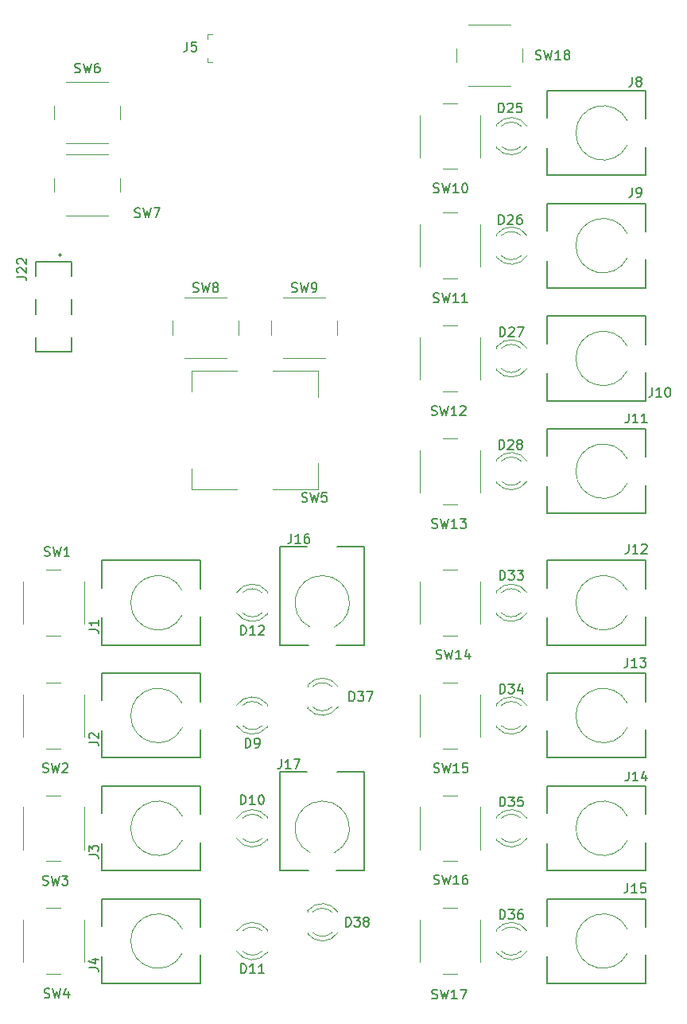
<source format=gbr>
%TF.GenerationSoftware,KiCad,Pcbnew,8.0.5*%
%TF.CreationDate,2025-01-19T15:26:33-08:00*%
%TF.ProjectId,main_board,6d61696e-5f62-46f6-9172-642e6b696361,1.0*%
%TF.SameCoordinates,Original*%
%TF.FileFunction,Legend,Top*%
%TF.FilePolarity,Positive*%
%FSLAX46Y46*%
G04 Gerber Fmt 4.6, Leading zero omitted, Abs format (unit mm)*
G04 Created by KiCad (PCBNEW 8.0.5) date 2025-01-19 15:26:33*
%MOMM*%
%LPD*%
G01*
G04 APERTURE LIST*
%ADD10C,0.150000*%
%ADD11C,0.120000*%
%ADD12C,0.200000*%
%ADD13C,0.127000*%
%ADD14C,0.100000*%
G04 APERTURE END LIST*
D10*
X101775714Y-121654819D02*
X101775714Y-120654819D01*
X101775714Y-120654819D02*
X102013809Y-120654819D01*
X102013809Y-120654819D02*
X102156666Y-120702438D01*
X102156666Y-120702438D02*
X102251904Y-120797676D01*
X102251904Y-120797676D02*
X102299523Y-120892914D01*
X102299523Y-120892914D02*
X102347142Y-121083390D01*
X102347142Y-121083390D02*
X102347142Y-121226247D01*
X102347142Y-121226247D02*
X102299523Y-121416723D01*
X102299523Y-121416723D02*
X102251904Y-121511961D01*
X102251904Y-121511961D02*
X102156666Y-121607200D01*
X102156666Y-121607200D02*
X102013809Y-121654819D01*
X102013809Y-121654819D02*
X101775714Y-121654819D01*
X102680476Y-120654819D02*
X103299523Y-120654819D01*
X103299523Y-120654819D02*
X102966190Y-121035771D01*
X102966190Y-121035771D02*
X103109047Y-121035771D01*
X103109047Y-121035771D02*
X103204285Y-121083390D01*
X103204285Y-121083390D02*
X103251904Y-121131009D01*
X103251904Y-121131009D02*
X103299523Y-121226247D01*
X103299523Y-121226247D02*
X103299523Y-121464342D01*
X103299523Y-121464342D02*
X103251904Y-121559580D01*
X103251904Y-121559580D02*
X103204285Y-121607200D01*
X103204285Y-121607200D02*
X103109047Y-121654819D01*
X103109047Y-121654819D02*
X102823333Y-121654819D01*
X102823333Y-121654819D02*
X102728095Y-121607200D01*
X102728095Y-121607200D02*
X102680476Y-121559580D01*
X104156666Y-120988152D02*
X104156666Y-121654819D01*
X103918571Y-120607200D02*
X103680476Y-121321485D01*
X103680476Y-121321485D02*
X104299523Y-121321485D01*
X105590476Y-54157200D02*
X105733333Y-54204819D01*
X105733333Y-54204819D02*
X105971428Y-54204819D01*
X105971428Y-54204819D02*
X106066666Y-54157200D01*
X106066666Y-54157200D02*
X106114285Y-54109580D01*
X106114285Y-54109580D02*
X106161904Y-54014342D01*
X106161904Y-54014342D02*
X106161904Y-53919104D01*
X106161904Y-53919104D02*
X106114285Y-53823866D01*
X106114285Y-53823866D02*
X106066666Y-53776247D01*
X106066666Y-53776247D02*
X105971428Y-53728628D01*
X105971428Y-53728628D02*
X105780952Y-53681009D01*
X105780952Y-53681009D02*
X105685714Y-53633390D01*
X105685714Y-53633390D02*
X105638095Y-53585771D01*
X105638095Y-53585771D02*
X105590476Y-53490533D01*
X105590476Y-53490533D02*
X105590476Y-53395295D01*
X105590476Y-53395295D02*
X105638095Y-53300057D01*
X105638095Y-53300057D02*
X105685714Y-53252438D01*
X105685714Y-53252438D02*
X105780952Y-53204819D01*
X105780952Y-53204819D02*
X106019047Y-53204819D01*
X106019047Y-53204819D02*
X106161904Y-53252438D01*
X106495238Y-53204819D02*
X106733333Y-54204819D01*
X106733333Y-54204819D02*
X106923809Y-53490533D01*
X106923809Y-53490533D02*
X107114285Y-54204819D01*
X107114285Y-54204819D02*
X107352381Y-53204819D01*
X108257142Y-54204819D02*
X107685714Y-54204819D01*
X107971428Y-54204819D02*
X107971428Y-53204819D01*
X107971428Y-53204819D02*
X107876190Y-53347676D01*
X107876190Y-53347676D02*
X107780952Y-53442914D01*
X107780952Y-53442914D02*
X107685714Y-53490533D01*
X108828571Y-53633390D02*
X108733333Y-53585771D01*
X108733333Y-53585771D02*
X108685714Y-53538152D01*
X108685714Y-53538152D02*
X108638095Y-53442914D01*
X108638095Y-53442914D02*
X108638095Y-53395295D01*
X108638095Y-53395295D02*
X108685714Y-53300057D01*
X108685714Y-53300057D02*
X108733333Y-53252438D01*
X108733333Y-53252438D02*
X108828571Y-53204819D01*
X108828571Y-53204819D02*
X109019047Y-53204819D01*
X109019047Y-53204819D02*
X109114285Y-53252438D01*
X109114285Y-53252438D02*
X109161904Y-53300057D01*
X109161904Y-53300057D02*
X109209523Y-53395295D01*
X109209523Y-53395295D02*
X109209523Y-53442914D01*
X109209523Y-53442914D02*
X109161904Y-53538152D01*
X109161904Y-53538152D02*
X109114285Y-53585771D01*
X109114285Y-53585771D02*
X109019047Y-53633390D01*
X109019047Y-53633390D02*
X108828571Y-53633390D01*
X108828571Y-53633390D02*
X108733333Y-53681009D01*
X108733333Y-53681009D02*
X108685714Y-53728628D01*
X108685714Y-53728628D02*
X108638095Y-53823866D01*
X108638095Y-53823866D02*
X108638095Y-54014342D01*
X108638095Y-54014342D02*
X108685714Y-54109580D01*
X108685714Y-54109580D02*
X108733333Y-54157200D01*
X108733333Y-54157200D02*
X108828571Y-54204819D01*
X108828571Y-54204819D02*
X109019047Y-54204819D01*
X109019047Y-54204819D02*
X109114285Y-54157200D01*
X109114285Y-54157200D02*
X109161904Y-54109580D01*
X109161904Y-54109580D02*
X109209523Y-54014342D01*
X109209523Y-54014342D02*
X109209523Y-53823866D01*
X109209523Y-53823866D02*
X109161904Y-53728628D01*
X109161904Y-53728628D02*
X109114285Y-53681009D01*
X109114285Y-53681009D02*
X109019047Y-53633390D01*
X94760476Y-141907200D02*
X94903333Y-141954819D01*
X94903333Y-141954819D02*
X95141428Y-141954819D01*
X95141428Y-141954819D02*
X95236666Y-141907200D01*
X95236666Y-141907200D02*
X95284285Y-141859580D01*
X95284285Y-141859580D02*
X95331904Y-141764342D01*
X95331904Y-141764342D02*
X95331904Y-141669104D01*
X95331904Y-141669104D02*
X95284285Y-141573866D01*
X95284285Y-141573866D02*
X95236666Y-141526247D01*
X95236666Y-141526247D02*
X95141428Y-141478628D01*
X95141428Y-141478628D02*
X94950952Y-141431009D01*
X94950952Y-141431009D02*
X94855714Y-141383390D01*
X94855714Y-141383390D02*
X94808095Y-141335771D01*
X94808095Y-141335771D02*
X94760476Y-141240533D01*
X94760476Y-141240533D02*
X94760476Y-141145295D01*
X94760476Y-141145295D02*
X94808095Y-141050057D01*
X94808095Y-141050057D02*
X94855714Y-141002438D01*
X94855714Y-141002438D02*
X94950952Y-140954819D01*
X94950952Y-140954819D02*
X95189047Y-140954819D01*
X95189047Y-140954819D02*
X95331904Y-141002438D01*
X95665238Y-140954819D02*
X95903333Y-141954819D01*
X95903333Y-141954819D02*
X96093809Y-141240533D01*
X96093809Y-141240533D02*
X96284285Y-141954819D01*
X96284285Y-141954819D02*
X96522381Y-140954819D01*
X97427142Y-141954819D02*
X96855714Y-141954819D01*
X97141428Y-141954819D02*
X97141428Y-140954819D01*
X97141428Y-140954819D02*
X97046190Y-141097676D01*
X97046190Y-141097676D02*
X96950952Y-141192914D01*
X96950952Y-141192914D02*
X96855714Y-141240533D01*
X98284285Y-140954819D02*
X98093809Y-140954819D01*
X98093809Y-140954819D02*
X97998571Y-141002438D01*
X97998571Y-141002438D02*
X97950952Y-141050057D01*
X97950952Y-141050057D02*
X97855714Y-141192914D01*
X97855714Y-141192914D02*
X97808095Y-141383390D01*
X97808095Y-141383390D02*
X97808095Y-141764342D01*
X97808095Y-141764342D02*
X97855714Y-141859580D01*
X97855714Y-141859580D02*
X97903333Y-141907200D01*
X97903333Y-141907200D02*
X97998571Y-141954819D01*
X97998571Y-141954819D02*
X98189047Y-141954819D01*
X98189047Y-141954819D02*
X98284285Y-141907200D01*
X98284285Y-141907200D02*
X98331904Y-141859580D01*
X98331904Y-141859580D02*
X98379523Y-141764342D01*
X98379523Y-141764342D02*
X98379523Y-141526247D01*
X98379523Y-141526247D02*
X98331904Y-141431009D01*
X98331904Y-141431009D02*
X98284285Y-141383390D01*
X98284285Y-141383390D02*
X98189047Y-141335771D01*
X98189047Y-141335771D02*
X97998571Y-141335771D01*
X97998571Y-141335771D02*
X97903333Y-141383390D01*
X97903333Y-141383390D02*
X97855714Y-141431009D01*
X97855714Y-141431009D02*
X97808095Y-141526247D01*
X94560476Y-154107200D02*
X94703333Y-154154819D01*
X94703333Y-154154819D02*
X94941428Y-154154819D01*
X94941428Y-154154819D02*
X95036666Y-154107200D01*
X95036666Y-154107200D02*
X95084285Y-154059580D01*
X95084285Y-154059580D02*
X95131904Y-153964342D01*
X95131904Y-153964342D02*
X95131904Y-153869104D01*
X95131904Y-153869104D02*
X95084285Y-153773866D01*
X95084285Y-153773866D02*
X95036666Y-153726247D01*
X95036666Y-153726247D02*
X94941428Y-153678628D01*
X94941428Y-153678628D02*
X94750952Y-153631009D01*
X94750952Y-153631009D02*
X94655714Y-153583390D01*
X94655714Y-153583390D02*
X94608095Y-153535771D01*
X94608095Y-153535771D02*
X94560476Y-153440533D01*
X94560476Y-153440533D02*
X94560476Y-153345295D01*
X94560476Y-153345295D02*
X94608095Y-153250057D01*
X94608095Y-153250057D02*
X94655714Y-153202438D01*
X94655714Y-153202438D02*
X94750952Y-153154819D01*
X94750952Y-153154819D02*
X94989047Y-153154819D01*
X94989047Y-153154819D02*
X95131904Y-153202438D01*
X95465238Y-153154819D02*
X95703333Y-154154819D01*
X95703333Y-154154819D02*
X95893809Y-153440533D01*
X95893809Y-153440533D02*
X96084285Y-154154819D01*
X96084285Y-154154819D02*
X96322381Y-153154819D01*
X97227142Y-154154819D02*
X96655714Y-154154819D01*
X96941428Y-154154819D02*
X96941428Y-153154819D01*
X96941428Y-153154819D02*
X96846190Y-153297676D01*
X96846190Y-153297676D02*
X96750952Y-153392914D01*
X96750952Y-153392914D02*
X96655714Y-153440533D01*
X97560476Y-153154819D02*
X98227142Y-153154819D01*
X98227142Y-153154819D02*
X97798571Y-154154819D01*
X115390476Y-141854819D02*
X115390476Y-142569104D01*
X115390476Y-142569104D02*
X115342857Y-142711961D01*
X115342857Y-142711961D02*
X115247619Y-142807200D01*
X115247619Y-142807200D02*
X115104762Y-142854819D01*
X115104762Y-142854819D02*
X115009524Y-142854819D01*
X116390476Y-142854819D02*
X115819048Y-142854819D01*
X116104762Y-142854819D02*
X116104762Y-141854819D01*
X116104762Y-141854819D02*
X116009524Y-141997676D01*
X116009524Y-141997676D02*
X115914286Y-142092914D01*
X115914286Y-142092914D02*
X115819048Y-142140533D01*
X117295238Y-141854819D02*
X116819048Y-141854819D01*
X116819048Y-141854819D02*
X116771429Y-142331009D01*
X116771429Y-142331009D02*
X116819048Y-142283390D01*
X116819048Y-142283390D02*
X116914286Y-142235771D01*
X116914286Y-142235771D02*
X117152381Y-142235771D01*
X117152381Y-142235771D02*
X117247619Y-142283390D01*
X117247619Y-142283390D02*
X117295238Y-142331009D01*
X117295238Y-142331009D02*
X117342857Y-142426247D01*
X117342857Y-142426247D02*
X117342857Y-142664342D01*
X117342857Y-142664342D02*
X117295238Y-142759580D01*
X117295238Y-142759580D02*
X117247619Y-142807200D01*
X117247619Y-142807200D02*
X117152381Y-142854819D01*
X117152381Y-142854819D02*
X116914286Y-142854819D01*
X116914286Y-142854819D02*
X116819048Y-142807200D01*
X116819048Y-142807200D02*
X116771429Y-142759580D01*
X94710476Y-68307200D02*
X94853333Y-68354819D01*
X94853333Y-68354819D02*
X95091428Y-68354819D01*
X95091428Y-68354819D02*
X95186666Y-68307200D01*
X95186666Y-68307200D02*
X95234285Y-68259580D01*
X95234285Y-68259580D02*
X95281904Y-68164342D01*
X95281904Y-68164342D02*
X95281904Y-68069104D01*
X95281904Y-68069104D02*
X95234285Y-67973866D01*
X95234285Y-67973866D02*
X95186666Y-67926247D01*
X95186666Y-67926247D02*
X95091428Y-67878628D01*
X95091428Y-67878628D02*
X94900952Y-67831009D01*
X94900952Y-67831009D02*
X94805714Y-67783390D01*
X94805714Y-67783390D02*
X94758095Y-67735771D01*
X94758095Y-67735771D02*
X94710476Y-67640533D01*
X94710476Y-67640533D02*
X94710476Y-67545295D01*
X94710476Y-67545295D02*
X94758095Y-67450057D01*
X94758095Y-67450057D02*
X94805714Y-67402438D01*
X94805714Y-67402438D02*
X94900952Y-67354819D01*
X94900952Y-67354819D02*
X95139047Y-67354819D01*
X95139047Y-67354819D02*
X95281904Y-67402438D01*
X95615238Y-67354819D02*
X95853333Y-68354819D01*
X95853333Y-68354819D02*
X96043809Y-67640533D01*
X96043809Y-67640533D02*
X96234285Y-68354819D01*
X96234285Y-68354819D02*
X96472381Y-67354819D01*
X97377142Y-68354819D02*
X96805714Y-68354819D01*
X97091428Y-68354819D02*
X97091428Y-67354819D01*
X97091428Y-67354819D02*
X96996190Y-67497676D01*
X96996190Y-67497676D02*
X96900952Y-67592914D01*
X96900952Y-67592914D02*
X96805714Y-67640533D01*
X97996190Y-67354819D02*
X98091428Y-67354819D01*
X98091428Y-67354819D02*
X98186666Y-67402438D01*
X98186666Y-67402438D02*
X98234285Y-67450057D01*
X98234285Y-67450057D02*
X98281904Y-67545295D01*
X98281904Y-67545295D02*
X98329523Y-67735771D01*
X98329523Y-67735771D02*
X98329523Y-67973866D01*
X98329523Y-67973866D02*
X98281904Y-68164342D01*
X98281904Y-68164342D02*
X98234285Y-68259580D01*
X98234285Y-68259580D02*
X98186666Y-68307200D01*
X98186666Y-68307200D02*
X98091428Y-68354819D01*
X98091428Y-68354819D02*
X97996190Y-68354819D01*
X97996190Y-68354819D02*
X97900952Y-68307200D01*
X97900952Y-68307200D02*
X97853333Y-68259580D01*
X97853333Y-68259580D02*
X97805714Y-68164342D01*
X97805714Y-68164342D02*
X97758095Y-67973866D01*
X97758095Y-67973866D02*
X97758095Y-67735771D01*
X97758095Y-67735771D02*
X97805714Y-67545295D01*
X97805714Y-67545295D02*
X97853333Y-67450057D01*
X97853333Y-67450057D02*
X97900952Y-67402438D01*
X97900952Y-67402438D02*
X97996190Y-67354819D01*
X101655714Y-59824819D02*
X101655714Y-58824819D01*
X101655714Y-58824819D02*
X101893809Y-58824819D01*
X101893809Y-58824819D02*
X102036666Y-58872438D01*
X102036666Y-58872438D02*
X102131904Y-58967676D01*
X102131904Y-58967676D02*
X102179523Y-59062914D01*
X102179523Y-59062914D02*
X102227142Y-59253390D01*
X102227142Y-59253390D02*
X102227142Y-59396247D01*
X102227142Y-59396247D02*
X102179523Y-59586723D01*
X102179523Y-59586723D02*
X102131904Y-59681961D01*
X102131904Y-59681961D02*
X102036666Y-59777200D01*
X102036666Y-59777200D02*
X101893809Y-59824819D01*
X101893809Y-59824819D02*
X101655714Y-59824819D01*
X102608095Y-58920057D02*
X102655714Y-58872438D01*
X102655714Y-58872438D02*
X102750952Y-58824819D01*
X102750952Y-58824819D02*
X102989047Y-58824819D01*
X102989047Y-58824819D02*
X103084285Y-58872438D01*
X103084285Y-58872438D02*
X103131904Y-58920057D01*
X103131904Y-58920057D02*
X103179523Y-59015295D01*
X103179523Y-59015295D02*
X103179523Y-59110533D01*
X103179523Y-59110533D02*
X103131904Y-59253390D01*
X103131904Y-59253390D02*
X102560476Y-59824819D01*
X102560476Y-59824819D02*
X103179523Y-59824819D01*
X104084285Y-58824819D02*
X103608095Y-58824819D01*
X103608095Y-58824819D02*
X103560476Y-59301009D01*
X103560476Y-59301009D02*
X103608095Y-59253390D01*
X103608095Y-59253390D02*
X103703333Y-59205771D01*
X103703333Y-59205771D02*
X103941428Y-59205771D01*
X103941428Y-59205771D02*
X104036666Y-59253390D01*
X104036666Y-59253390D02*
X104084285Y-59301009D01*
X104084285Y-59301009D02*
X104131904Y-59396247D01*
X104131904Y-59396247D02*
X104131904Y-59634342D01*
X104131904Y-59634342D02*
X104084285Y-59729580D01*
X104084285Y-59729580D02*
X104036666Y-59777200D01*
X104036666Y-59777200D02*
X103941428Y-59824819D01*
X103941428Y-59824819D02*
X103703333Y-59824819D01*
X103703333Y-59824819D02*
X103608095Y-59777200D01*
X103608095Y-59777200D02*
X103560476Y-59729580D01*
X94760476Y-130007200D02*
X94903333Y-130054819D01*
X94903333Y-130054819D02*
X95141428Y-130054819D01*
X95141428Y-130054819D02*
X95236666Y-130007200D01*
X95236666Y-130007200D02*
X95284285Y-129959580D01*
X95284285Y-129959580D02*
X95331904Y-129864342D01*
X95331904Y-129864342D02*
X95331904Y-129769104D01*
X95331904Y-129769104D02*
X95284285Y-129673866D01*
X95284285Y-129673866D02*
X95236666Y-129626247D01*
X95236666Y-129626247D02*
X95141428Y-129578628D01*
X95141428Y-129578628D02*
X94950952Y-129531009D01*
X94950952Y-129531009D02*
X94855714Y-129483390D01*
X94855714Y-129483390D02*
X94808095Y-129435771D01*
X94808095Y-129435771D02*
X94760476Y-129340533D01*
X94760476Y-129340533D02*
X94760476Y-129245295D01*
X94760476Y-129245295D02*
X94808095Y-129150057D01*
X94808095Y-129150057D02*
X94855714Y-129102438D01*
X94855714Y-129102438D02*
X94950952Y-129054819D01*
X94950952Y-129054819D02*
X95189047Y-129054819D01*
X95189047Y-129054819D02*
X95331904Y-129102438D01*
X95665238Y-129054819D02*
X95903333Y-130054819D01*
X95903333Y-130054819D02*
X96093809Y-129340533D01*
X96093809Y-129340533D02*
X96284285Y-130054819D01*
X96284285Y-130054819D02*
X96522381Y-129054819D01*
X97427142Y-130054819D02*
X96855714Y-130054819D01*
X97141428Y-130054819D02*
X97141428Y-129054819D01*
X97141428Y-129054819D02*
X97046190Y-129197676D01*
X97046190Y-129197676D02*
X96950952Y-129292914D01*
X96950952Y-129292914D02*
X96855714Y-129340533D01*
X98331904Y-129054819D02*
X97855714Y-129054819D01*
X97855714Y-129054819D02*
X97808095Y-129531009D01*
X97808095Y-129531009D02*
X97855714Y-129483390D01*
X97855714Y-129483390D02*
X97950952Y-129435771D01*
X97950952Y-129435771D02*
X98189047Y-129435771D01*
X98189047Y-129435771D02*
X98284285Y-129483390D01*
X98284285Y-129483390D02*
X98331904Y-129531009D01*
X98331904Y-129531009D02*
X98379523Y-129626247D01*
X98379523Y-129626247D02*
X98379523Y-129864342D01*
X98379523Y-129864342D02*
X98331904Y-129959580D01*
X98331904Y-129959580D02*
X98284285Y-130007200D01*
X98284285Y-130007200D02*
X98189047Y-130054819D01*
X98189047Y-130054819D02*
X97950952Y-130054819D01*
X97950952Y-130054819D02*
X97855714Y-130007200D01*
X97855714Y-130007200D02*
X97808095Y-129959580D01*
X101775714Y-145654819D02*
X101775714Y-144654819D01*
X101775714Y-144654819D02*
X102013809Y-144654819D01*
X102013809Y-144654819D02*
X102156666Y-144702438D01*
X102156666Y-144702438D02*
X102251904Y-144797676D01*
X102251904Y-144797676D02*
X102299523Y-144892914D01*
X102299523Y-144892914D02*
X102347142Y-145083390D01*
X102347142Y-145083390D02*
X102347142Y-145226247D01*
X102347142Y-145226247D02*
X102299523Y-145416723D01*
X102299523Y-145416723D02*
X102251904Y-145511961D01*
X102251904Y-145511961D02*
X102156666Y-145607200D01*
X102156666Y-145607200D02*
X102013809Y-145654819D01*
X102013809Y-145654819D02*
X101775714Y-145654819D01*
X102680476Y-144654819D02*
X103299523Y-144654819D01*
X103299523Y-144654819D02*
X102966190Y-145035771D01*
X102966190Y-145035771D02*
X103109047Y-145035771D01*
X103109047Y-145035771D02*
X103204285Y-145083390D01*
X103204285Y-145083390D02*
X103251904Y-145131009D01*
X103251904Y-145131009D02*
X103299523Y-145226247D01*
X103299523Y-145226247D02*
X103299523Y-145464342D01*
X103299523Y-145464342D02*
X103251904Y-145559580D01*
X103251904Y-145559580D02*
X103204285Y-145607200D01*
X103204285Y-145607200D02*
X103109047Y-145654819D01*
X103109047Y-145654819D02*
X102823333Y-145654819D01*
X102823333Y-145654819D02*
X102728095Y-145607200D01*
X102728095Y-145607200D02*
X102680476Y-145559580D01*
X104156666Y-144654819D02*
X103966190Y-144654819D01*
X103966190Y-144654819D02*
X103870952Y-144702438D01*
X103870952Y-144702438D02*
X103823333Y-144750057D01*
X103823333Y-144750057D02*
X103728095Y-144892914D01*
X103728095Y-144892914D02*
X103680476Y-145083390D01*
X103680476Y-145083390D02*
X103680476Y-145464342D01*
X103680476Y-145464342D02*
X103728095Y-145559580D01*
X103728095Y-145559580D02*
X103775714Y-145607200D01*
X103775714Y-145607200D02*
X103870952Y-145654819D01*
X103870952Y-145654819D02*
X104061428Y-145654819D01*
X104061428Y-145654819D02*
X104156666Y-145607200D01*
X104156666Y-145607200D02*
X104204285Y-145559580D01*
X104204285Y-145559580D02*
X104251904Y-145464342D01*
X104251904Y-145464342D02*
X104251904Y-145226247D01*
X104251904Y-145226247D02*
X104204285Y-145131009D01*
X104204285Y-145131009D02*
X104156666Y-145083390D01*
X104156666Y-145083390D02*
X104061428Y-145035771D01*
X104061428Y-145035771D02*
X103870952Y-145035771D01*
X103870952Y-145035771D02*
X103775714Y-145083390D01*
X103775714Y-145083390D02*
X103728095Y-145131009D01*
X103728095Y-145131009D02*
X103680476Y-145226247D01*
X56516667Y-55557200D02*
X56659524Y-55604819D01*
X56659524Y-55604819D02*
X56897619Y-55604819D01*
X56897619Y-55604819D02*
X56992857Y-55557200D01*
X56992857Y-55557200D02*
X57040476Y-55509580D01*
X57040476Y-55509580D02*
X57088095Y-55414342D01*
X57088095Y-55414342D02*
X57088095Y-55319104D01*
X57088095Y-55319104D02*
X57040476Y-55223866D01*
X57040476Y-55223866D02*
X56992857Y-55176247D01*
X56992857Y-55176247D02*
X56897619Y-55128628D01*
X56897619Y-55128628D02*
X56707143Y-55081009D01*
X56707143Y-55081009D02*
X56611905Y-55033390D01*
X56611905Y-55033390D02*
X56564286Y-54985771D01*
X56564286Y-54985771D02*
X56516667Y-54890533D01*
X56516667Y-54890533D02*
X56516667Y-54795295D01*
X56516667Y-54795295D02*
X56564286Y-54700057D01*
X56564286Y-54700057D02*
X56611905Y-54652438D01*
X56611905Y-54652438D02*
X56707143Y-54604819D01*
X56707143Y-54604819D02*
X56945238Y-54604819D01*
X56945238Y-54604819D02*
X57088095Y-54652438D01*
X57421429Y-54604819D02*
X57659524Y-55604819D01*
X57659524Y-55604819D02*
X57850000Y-54890533D01*
X57850000Y-54890533D02*
X58040476Y-55604819D01*
X58040476Y-55604819D02*
X58278572Y-54604819D01*
X59088095Y-54604819D02*
X58897619Y-54604819D01*
X58897619Y-54604819D02*
X58802381Y-54652438D01*
X58802381Y-54652438D02*
X58754762Y-54700057D01*
X58754762Y-54700057D02*
X58659524Y-54842914D01*
X58659524Y-54842914D02*
X58611905Y-55033390D01*
X58611905Y-55033390D02*
X58611905Y-55414342D01*
X58611905Y-55414342D02*
X58659524Y-55509580D01*
X58659524Y-55509580D02*
X58707143Y-55557200D01*
X58707143Y-55557200D02*
X58802381Y-55604819D01*
X58802381Y-55604819D02*
X58992857Y-55604819D01*
X58992857Y-55604819D02*
X59088095Y-55557200D01*
X59088095Y-55557200D02*
X59135714Y-55509580D01*
X59135714Y-55509580D02*
X59183333Y-55414342D01*
X59183333Y-55414342D02*
X59183333Y-55176247D01*
X59183333Y-55176247D02*
X59135714Y-55081009D01*
X59135714Y-55081009D02*
X59088095Y-55033390D01*
X59088095Y-55033390D02*
X58992857Y-54985771D01*
X58992857Y-54985771D02*
X58802381Y-54985771D01*
X58802381Y-54985771D02*
X58707143Y-55033390D01*
X58707143Y-55033390D02*
X58659524Y-55081009D01*
X58659524Y-55081009D02*
X58611905Y-55176247D01*
X101675714Y-71714819D02*
X101675714Y-70714819D01*
X101675714Y-70714819D02*
X101913809Y-70714819D01*
X101913809Y-70714819D02*
X102056666Y-70762438D01*
X102056666Y-70762438D02*
X102151904Y-70857676D01*
X102151904Y-70857676D02*
X102199523Y-70952914D01*
X102199523Y-70952914D02*
X102247142Y-71143390D01*
X102247142Y-71143390D02*
X102247142Y-71286247D01*
X102247142Y-71286247D02*
X102199523Y-71476723D01*
X102199523Y-71476723D02*
X102151904Y-71571961D01*
X102151904Y-71571961D02*
X102056666Y-71667200D01*
X102056666Y-71667200D02*
X101913809Y-71714819D01*
X101913809Y-71714819D02*
X101675714Y-71714819D01*
X102628095Y-70810057D02*
X102675714Y-70762438D01*
X102675714Y-70762438D02*
X102770952Y-70714819D01*
X102770952Y-70714819D02*
X103009047Y-70714819D01*
X103009047Y-70714819D02*
X103104285Y-70762438D01*
X103104285Y-70762438D02*
X103151904Y-70810057D01*
X103151904Y-70810057D02*
X103199523Y-70905295D01*
X103199523Y-70905295D02*
X103199523Y-71000533D01*
X103199523Y-71000533D02*
X103151904Y-71143390D01*
X103151904Y-71143390D02*
X102580476Y-71714819D01*
X102580476Y-71714819D02*
X103199523Y-71714819D01*
X104056666Y-70714819D02*
X103866190Y-70714819D01*
X103866190Y-70714819D02*
X103770952Y-70762438D01*
X103770952Y-70762438D02*
X103723333Y-70810057D01*
X103723333Y-70810057D02*
X103628095Y-70952914D01*
X103628095Y-70952914D02*
X103580476Y-71143390D01*
X103580476Y-71143390D02*
X103580476Y-71524342D01*
X103580476Y-71524342D02*
X103628095Y-71619580D01*
X103628095Y-71619580D02*
X103675714Y-71667200D01*
X103675714Y-71667200D02*
X103770952Y-71714819D01*
X103770952Y-71714819D02*
X103961428Y-71714819D01*
X103961428Y-71714819D02*
X104056666Y-71667200D01*
X104056666Y-71667200D02*
X104104285Y-71619580D01*
X104104285Y-71619580D02*
X104151904Y-71524342D01*
X104151904Y-71524342D02*
X104151904Y-71286247D01*
X104151904Y-71286247D02*
X104104285Y-71191009D01*
X104104285Y-71191009D02*
X104056666Y-71143390D01*
X104056666Y-71143390D02*
X103961428Y-71095771D01*
X103961428Y-71095771D02*
X103770952Y-71095771D01*
X103770952Y-71095771D02*
X103675714Y-71143390D01*
X103675714Y-71143390D02*
X103628095Y-71191009D01*
X103628095Y-71191009D02*
X103580476Y-71286247D01*
X115866666Y-56054819D02*
X115866666Y-56769104D01*
X115866666Y-56769104D02*
X115819047Y-56911961D01*
X115819047Y-56911961D02*
X115723809Y-57007200D01*
X115723809Y-57007200D02*
X115580952Y-57054819D01*
X115580952Y-57054819D02*
X115485714Y-57054819D01*
X116485714Y-56483390D02*
X116390476Y-56435771D01*
X116390476Y-56435771D02*
X116342857Y-56388152D01*
X116342857Y-56388152D02*
X116295238Y-56292914D01*
X116295238Y-56292914D02*
X116295238Y-56245295D01*
X116295238Y-56245295D02*
X116342857Y-56150057D01*
X116342857Y-56150057D02*
X116390476Y-56102438D01*
X116390476Y-56102438D02*
X116485714Y-56054819D01*
X116485714Y-56054819D02*
X116676190Y-56054819D01*
X116676190Y-56054819D02*
X116771428Y-56102438D01*
X116771428Y-56102438D02*
X116819047Y-56150057D01*
X116819047Y-56150057D02*
X116866666Y-56245295D01*
X116866666Y-56245295D02*
X116866666Y-56292914D01*
X116866666Y-56292914D02*
X116819047Y-56388152D01*
X116819047Y-56388152D02*
X116771428Y-56435771D01*
X116771428Y-56435771D02*
X116676190Y-56483390D01*
X116676190Y-56483390D02*
X116485714Y-56483390D01*
X116485714Y-56483390D02*
X116390476Y-56531009D01*
X116390476Y-56531009D02*
X116342857Y-56578628D01*
X116342857Y-56578628D02*
X116295238Y-56673866D01*
X116295238Y-56673866D02*
X116295238Y-56864342D01*
X116295238Y-56864342D02*
X116342857Y-56959580D01*
X116342857Y-56959580D02*
X116390476Y-57007200D01*
X116390476Y-57007200D02*
X116485714Y-57054819D01*
X116485714Y-57054819D02*
X116676190Y-57054819D01*
X116676190Y-57054819D02*
X116771428Y-57007200D01*
X116771428Y-57007200D02*
X116819047Y-56959580D01*
X116819047Y-56959580D02*
X116866666Y-56864342D01*
X116866666Y-56864342D02*
X116866666Y-56673866D01*
X116866666Y-56673866D02*
X116819047Y-56578628D01*
X116819047Y-56578628D02*
X116771428Y-56531009D01*
X116771428Y-56531009D02*
X116676190Y-56483390D01*
X94510476Y-92007200D02*
X94653333Y-92054819D01*
X94653333Y-92054819D02*
X94891428Y-92054819D01*
X94891428Y-92054819D02*
X94986666Y-92007200D01*
X94986666Y-92007200D02*
X95034285Y-91959580D01*
X95034285Y-91959580D02*
X95081904Y-91864342D01*
X95081904Y-91864342D02*
X95081904Y-91769104D01*
X95081904Y-91769104D02*
X95034285Y-91673866D01*
X95034285Y-91673866D02*
X94986666Y-91626247D01*
X94986666Y-91626247D02*
X94891428Y-91578628D01*
X94891428Y-91578628D02*
X94700952Y-91531009D01*
X94700952Y-91531009D02*
X94605714Y-91483390D01*
X94605714Y-91483390D02*
X94558095Y-91435771D01*
X94558095Y-91435771D02*
X94510476Y-91340533D01*
X94510476Y-91340533D02*
X94510476Y-91245295D01*
X94510476Y-91245295D02*
X94558095Y-91150057D01*
X94558095Y-91150057D02*
X94605714Y-91102438D01*
X94605714Y-91102438D02*
X94700952Y-91054819D01*
X94700952Y-91054819D02*
X94939047Y-91054819D01*
X94939047Y-91054819D02*
X95081904Y-91102438D01*
X95415238Y-91054819D02*
X95653333Y-92054819D01*
X95653333Y-92054819D02*
X95843809Y-91340533D01*
X95843809Y-91340533D02*
X96034285Y-92054819D01*
X96034285Y-92054819D02*
X96272381Y-91054819D01*
X97177142Y-92054819D02*
X96605714Y-92054819D01*
X96891428Y-92054819D02*
X96891428Y-91054819D01*
X96891428Y-91054819D02*
X96796190Y-91197676D01*
X96796190Y-91197676D02*
X96700952Y-91292914D01*
X96700952Y-91292914D02*
X96605714Y-91340533D01*
X97558095Y-91150057D02*
X97605714Y-91102438D01*
X97605714Y-91102438D02*
X97700952Y-91054819D01*
X97700952Y-91054819D02*
X97939047Y-91054819D01*
X97939047Y-91054819D02*
X98034285Y-91102438D01*
X98034285Y-91102438D02*
X98081904Y-91150057D01*
X98081904Y-91150057D02*
X98129523Y-91245295D01*
X98129523Y-91245295D02*
X98129523Y-91340533D01*
X98129523Y-91340533D02*
X98081904Y-91483390D01*
X98081904Y-91483390D02*
X97510476Y-92054819D01*
X97510476Y-92054819D02*
X98129523Y-92054819D01*
X79560476Y-104654819D02*
X79560476Y-105369104D01*
X79560476Y-105369104D02*
X79512857Y-105511961D01*
X79512857Y-105511961D02*
X79417619Y-105607200D01*
X79417619Y-105607200D02*
X79274762Y-105654819D01*
X79274762Y-105654819D02*
X79179524Y-105654819D01*
X80560476Y-105654819D02*
X79989048Y-105654819D01*
X80274762Y-105654819D02*
X80274762Y-104654819D01*
X80274762Y-104654819D02*
X80179524Y-104797676D01*
X80179524Y-104797676D02*
X80084286Y-104892914D01*
X80084286Y-104892914D02*
X79989048Y-104940533D01*
X81417619Y-104654819D02*
X81227143Y-104654819D01*
X81227143Y-104654819D02*
X81131905Y-104702438D01*
X81131905Y-104702438D02*
X81084286Y-104750057D01*
X81084286Y-104750057D02*
X80989048Y-104892914D01*
X80989048Y-104892914D02*
X80941429Y-105083390D01*
X80941429Y-105083390D02*
X80941429Y-105464342D01*
X80941429Y-105464342D02*
X80989048Y-105559580D01*
X80989048Y-105559580D02*
X81036667Y-105607200D01*
X81036667Y-105607200D02*
X81131905Y-105654819D01*
X81131905Y-105654819D02*
X81322381Y-105654819D01*
X81322381Y-105654819D02*
X81417619Y-105607200D01*
X81417619Y-105607200D02*
X81465238Y-105559580D01*
X81465238Y-105559580D02*
X81512857Y-105464342D01*
X81512857Y-105464342D02*
X81512857Y-105226247D01*
X81512857Y-105226247D02*
X81465238Y-105131009D01*
X81465238Y-105131009D02*
X81417619Y-105083390D01*
X81417619Y-105083390D02*
X81322381Y-105035771D01*
X81322381Y-105035771D02*
X81131905Y-105035771D01*
X81131905Y-105035771D02*
X81036667Y-105083390D01*
X81036667Y-105083390D02*
X80989048Y-105131009D01*
X80989048Y-105131009D02*
X80941429Y-105226247D01*
X62896667Y-70947200D02*
X63039524Y-70994819D01*
X63039524Y-70994819D02*
X63277619Y-70994819D01*
X63277619Y-70994819D02*
X63372857Y-70947200D01*
X63372857Y-70947200D02*
X63420476Y-70899580D01*
X63420476Y-70899580D02*
X63468095Y-70804342D01*
X63468095Y-70804342D02*
X63468095Y-70709104D01*
X63468095Y-70709104D02*
X63420476Y-70613866D01*
X63420476Y-70613866D02*
X63372857Y-70566247D01*
X63372857Y-70566247D02*
X63277619Y-70518628D01*
X63277619Y-70518628D02*
X63087143Y-70471009D01*
X63087143Y-70471009D02*
X62991905Y-70423390D01*
X62991905Y-70423390D02*
X62944286Y-70375771D01*
X62944286Y-70375771D02*
X62896667Y-70280533D01*
X62896667Y-70280533D02*
X62896667Y-70185295D01*
X62896667Y-70185295D02*
X62944286Y-70090057D01*
X62944286Y-70090057D02*
X62991905Y-70042438D01*
X62991905Y-70042438D02*
X63087143Y-69994819D01*
X63087143Y-69994819D02*
X63325238Y-69994819D01*
X63325238Y-69994819D02*
X63468095Y-70042438D01*
X63801429Y-69994819D02*
X64039524Y-70994819D01*
X64039524Y-70994819D02*
X64230000Y-70280533D01*
X64230000Y-70280533D02*
X64420476Y-70994819D01*
X64420476Y-70994819D02*
X64658572Y-69994819D01*
X64944286Y-69994819D02*
X65610952Y-69994819D01*
X65610952Y-69994819D02*
X65182381Y-70994819D01*
X53266667Y-154007200D02*
X53409524Y-154054819D01*
X53409524Y-154054819D02*
X53647619Y-154054819D01*
X53647619Y-154054819D02*
X53742857Y-154007200D01*
X53742857Y-154007200D02*
X53790476Y-153959580D01*
X53790476Y-153959580D02*
X53838095Y-153864342D01*
X53838095Y-153864342D02*
X53838095Y-153769104D01*
X53838095Y-153769104D02*
X53790476Y-153673866D01*
X53790476Y-153673866D02*
X53742857Y-153626247D01*
X53742857Y-153626247D02*
X53647619Y-153578628D01*
X53647619Y-153578628D02*
X53457143Y-153531009D01*
X53457143Y-153531009D02*
X53361905Y-153483390D01*
X53361905Y-153483390D02*
X53314286Y-153435771D01*
X53314286Y-153435771D02*
X53266667Y-153340533D01*
X53266667Y-153340533D02*
X53266667Y-153245295D01*
X53266667Y-153245295D02*
X53314286Y-153150057D01*
X53314286Y-153150057D02*
X53361905Y-153102438D01*
X53361905Y-153102438D02*
X53457143Y-153054819D01*
X53457143Y-153054819D02*
X53695238Y-153054819D01*
X53695238Y-153054819D02*
X53838095Y-153102438D01*
X54171429Y-153054819D02*
X54409524Y-154054819D01*
X54409524Y-154054819D02*
X54600000Y-153340533D01*
X54600000Y-153340533D02*
X54790476Y-154054819D01*
X54790476Y-154054819D02*
X55028572Y-153054819D01*
X55838095Y-153388152D02*
X55838095Y-154054819D01*
X55600000Y-153007200D02*
X55361905Y-153721485D01*
X55361905Y-153721485D02*
X55980952Y-153721485D01*
X80706667Y-101217200D02*
X80849524Y-101264819D01*
X80849524Y-101264819D02*
X81087619Y-101264819D01*
X81087619Y-101264819D02*
X81182857Y-101217200D01*
X81182857Y-101217200D02*
X81230476Y-101169580D01*
X81230476Y-101169580D02*
X81278095Y-101074342D01*
X81278095Y-101074342D02*
X81278095Y-100979104D01*
X81278095Y-100979104D02*
X81230476Y-100883866D01*
X81230476Y-100883866D02*
X81182857Y-100836247D01*
X81182857Y-100836247D02*
X81087619Y-100788628D01*
X81087619Y-100788628D02*
X80897143Y-100741009D01*
X80897143Y-100741009D02*
X80801905Y-100693390D01*
X80801905Y-100693390D02*
X80754286Y-100645771D01*
X80754286Y-100645771D02*
X80706667Y-100550533D01*
X80706667Y-100550533D02*
X80706667Y-100455295D01*
X80706667Y-100455295D02*
X80754286Y-100360057D01*
X80754286Y-100360057D02*
X80801905Y-100312438D01*
X80801905Y-100312438D02*
X80897143Y-100264819D01*
X80897143Y-100264819D02*
X81135238Y-100264819D01*
X81135238Y-100264819D02*
X81278095Y-100312438D01*
X81611429Y-100264819D02*
X81849524Y-101264819D01*
X81849524Y-101264819D02*
X82040000Y-100550533D01*
X82040000Y-100550533D02*
X82230476Y-101264819D01*
X82230476Y-101264819D02*
X82468572Y-100264819D01*
X83325714Y-100264819D02*
X82849524Y-100264819D01*
X82849524Y-100264819D02*
X82801905Y-100741009D01*
X82801905Y-100741009D02*
X82849524Y-100693390D01*
X82849524Y-100693390D02*
X82944762Y-100645771D01*
X82944762Y-100645771D02*
X83182857Y-100645771D01*
X83182857Y-100645771D02*
X83278095Y-100693390D01*
X83278095Y-100693390D02*
X83325714Y-100741009D01*
X83325714Y-100741009D02*
X83373333Y-100836247D01*
X83373333Y-100836247D02*
X83373333Y-101074342D01*
X83373333Y-101074342D02*
X83325714Y-101169580D01*
X83325714Y-101169580D02*
X83278095Y-101217200D01*
X83278095Y-101217200D02*
X83182857Y-101264819D01*
X83182857Y-101264819D02*
X82944762Y-101264819D01*
X82944762Y-101264819D02*
X82849524Y-101217200D01*
X82849524Y-101217200D02*
X82801905Y-101169580D01*
X74205714Y-115414819D02*
X74205714Y-114414819D01*
X74205714Y-114414819D02*
X74443809Y-114414819D01*
X74443809Y-114414819D02*
X74586666Y-114462438D01*
X74586666Y-114462438D02*
X74681904Y-114557676D01*
X74681904Y-114557676D02*
X74729523Y-114652914D01*
X74729523Y-114652914D02*
X74777142Y-114843390D01*
X74777142Y-114843390D02*
X74777142Y-114986247D01*
X74777142Y-114986247D02*
X74729523Y-115176723D01*
X74729523Y-115176723D02*
X74681904Y-115271961D01*
X74681904Y-115271961D02*
X74586666Y-115367200D01*
X74586666Y-115367200D02*
X74443809Y-115414819D01*
X74443809Y-115414819D02*
X74205714Y-115414819D01*
X75729523Y-115414819D02*
X75158095Y-115414819D01*
X75443809Y-115414819D02*
X75443809Y-114414819D01*
X75443809Y-114414819D02*
X75348571Y-114557676D01*
X75348571Y-114557676D02*
X75253333Y-114652914D01*
X75253333Y-114652914D02*
X75158095Y-114700533D01*
X76110476Y-114510057D02*
X76158095Y-114462438D01*
X76158095Y-114462438D02*
X76253333Y-114414819D01*
X76253333Y-114414819D02*
X76491428Y-114414819D01*
X76491428Y-114414819D02*
X76586666Y-114462438D01*
X76586666Y-114462438D02*
X76634285Y-114510057D01*
X76634285Y-114510057D02*
X76681904Y-114605295D01*
X76681904Y-114605295D02*
X76681904Y-114700533D01*
X76681904Y-114700533D02*
X76634285Y-114843390D01*
X76634285Y-114843390D02*
X76062857Y-115414819D01*
X76062857Y-115414819D02*
X76681904Y-115414819D01*
X95010476Y-117957200D02*
X95153333Y-118004819D01*
X95153333Y-118004819D02*
X95391428Y-118004819D01*
X95391428Y-118004819D02*
X95486666Y-117957200D01*
X95486666Y-117957200D02*
X95534285Y-117909580D01*
X95534285Y-117909580D02*
X95581904Y-117814342D01*
X95581904Y-117814342D02*
X95581904Y-117719104D01*
X95581904Y-117719104D02*
X95534285Y-117623866D01*
X95534285Y-117623866D02*
X95486666Y-117576247D01*
X95486666Y-117576247D02*
X95391428Y-117528628D01*
X95391428Y-117528628D02*
X95200952Y-117481009D01*
X95200952Y-117481009D02*
X95105714Y-117433390D01*
X95105714Y-117433390D02*
X95058095Y-117385771D01*
X95058095Y-117385771D02*
X95010476Y-117290533D01*
X95010476Y-117290533D02*
X95010476Y-117195295D01*
X95010476Y-117195295D02*
X95058095Y-117100057D01*
X95058095Y-117100057D02*
X95105714Y-117052438D01*
X95105714Y-117052438D02*
X95200952Y-117004819D01*
X95200952Y-117004819D02*
X95439047Y-117004819D01*
X95439047Y-117004819D02*
X95581904Y-117052438D01*
X95915238Y-117004819D02*
X96153333Y-118004819D01*
X96153333Y-118004819D02*
X96343809Y-117290533D01*
X96343809Y-117290533D02*
X96534285Y-118004819D01*
X96534285Y-118004819D02*
X96772381Y-117004819D01*
X97677142Y-118004819D02*
X97105714Y-118004819D01*
X97391428Y-118004819D02*
X97391428Y-117004819D01*
X97391428Y-117004819D02*
X97296190Y-117147676D01*
X97296190Y-117147676D02*
X97200952Y-117242914D01*
X97200952Y-117242914D02*
X97105714Y-117290533D01*
X98534285Y-117338152D02*
X98534285Y-118004819D01*
X98296190Y-116957200D02*
X98058095Y-117671485D01*
X98058095Y-117671485D02*
X98677142Y-117671485D01*
X53296667Y-106997200D02*
X53439524Y-107044819D01*
X53439524Y-107044819D02*
X53677619Y-107044819D01*
X53677619Y-107044819D02*
X53772857Y-106997200D01*
X53772857Y-106997200D02*
X53820476Y-106949580D01*
X53820476Y-106949580D02*
X53868095Y-106854342D01*
X53868095Y-106854342D02*
X53868095Y-106759104D01*
X53868095Y-106759104D02*
X53820476Y-106663866D01*
X53820476Y-106663866D02*
X53772857Y-106616247D01*
X53772857Y-106616247D02*
X53677619Y-106568628D01*
X53677619Y-106568628D02*
X53487143Y-106521009D01*
X53487143Y-106521009D02*
X53391905Y-106473390D01*
X53391905Y-106473390D02*
X53344286Y-106425771D01*
X53344286Y-106425771D02*
X53296667Y-106330533D01*
X53296667Y-106330533D02*
X53296667Y-106235295D01*
X53296667Y-106235295D02*
X53344286Y-106140057D01*
X53344286Y-106140057D02*
X53391905Y-106092438D01*
X53391905Y-106092438D02*
X53487143Y-106044819D01*
X53487143Y-106044819D02*
X53725238Y-106044819D01*
X53725238Y-106044819D02*
X53868095Y-106092438D01*
X54201429Y-106044819D02*
X54439524Y-107044819D01*
X54439524Y-107044819D02*
X54630000Y-106330533D01*
X54630000Y-106330533D02*
X54820476Y-107044819D01*
X54820476Y-107044819D02*
X55058572Y-106044819D01*
X55963333Y-107044819D02*
X55391905Y-107044819D01*
X55677619Y-107044819D02*
X55677619Y-106044819D01*
X55677619Y-106044819D02*
X55582381Y-106187676D01*
X55582381Y-106187676D02*
X55487143Y-106282914D01*
X55487143Y-106282914D02*
X55391905Y-106330533D01*
X85365714Y-146454819D02*
X85365714Y-145454819D01*
X85365714Y-145454819D02*
X85603809Y-145454819D01*
X85603809Y-145454819D02*
X85746666Y-145502438D01*
X85746666Y-145502438D02*
X85841904Y-145597676D01*
X85841904Y-145597676D02*
X85889523Y-145692914D01*
X85889523Y-145692914D02*
X85937142Y-145883390D01*
X85937142Y-145883390D02*
X85937142Y-146026247D01*
X85937142Y-146026247D02*
X85889523Y-146216723D01*
X85889523Y-146216723D02*
X85841904Y-146311961D01*
X85841904Y-146311961D02*
X85746666Y-146407200D01*
X85746666Y-146407200D02*
X85603809Y-146454819D01*
X85603809Y-146454819D02*
X85365714Y-146454819D01*
X86270476Y-145454819D02*
X86889523Y-145454819D01*
X86889523Y-145454819D02*
X86556190Y-145835771D01*
X86556190Y-145835771D02*
X86699047Y-145835771D01*
X86699047Y-145835771D02*
X86794285Y-145883390D01*
X86794285Y-145883390D02*
X86841904Y-145931009D01*
X86841904Y-145931009D02*
X86889523Y-146026247D01*
X86889523Y-146026247D02*
X86889523Y-146264342D01*
X86889523Y-146264342D02*
X86841904Y-146359580D01*
X86841904Y-146359580D02*
X86794285Y-146407200D01*
X86794285Y-146407200D02*
X86699047Y-146454819D01*
X86699047Y-146454819D02*
X86413333Y-146454819D01*
X86413333Y-146454819D02*
X86318095Y-146407200D01*
X86318095Y-146407200D02*
X86270476Y-146359580D01*
X87460952Y-145883390D02*
X87365714Y-145835771D01*
X87365714Y-145835771D02*
X87318095Y-145788152D01*
X87318095Y-145788152D02*
X87270476Y-145692914D01*
X87270476Y-145692914D02*
X87270476Y-145645295D01*
X87270476Y-145645295D02*
X87318095Y-145550057D01*
X87318095Y-145550057D02*
X87365714Y-145502438D01*
X87365714Y-145502438D02*
X87460952Y-145454819D01*
X87460952Y-145454819D02*
X87651428Y-145454819D01*
X87651428Y-145454819D02*
X87746666Y-145502438D01*
X87746666Y-145502438D02*
X87794285Y-145550057D01*
X87794285Y-145550057D02*
X87841904Y-145645295D01*
X87841904Y-145645295D02*
X87841904Y-145692914D01*
X87841904Y-145692914D02*
X87794285Y-145788152D01*
X87794285Y-145788152D02*
X87746666Y-145835771D01*
X87746666Y-145835771D02*
X87651428Y-145883390D01*
X87651428Y-145883390D02*
X87460952Y-145883390D01*
X87460952Y-145883390D02*
X87365714Y-145931009D01*
X87365714Y-145931009D02*
X87318095Y-145978628D01*
X87318095Y-145978628D02*
X87270476Y-146073866D01*
X87270476Y-146073866D02*
X87270476Y-146264342D01*
X87270476Y-146264342D02*
X87318095Y-146359580D01*
X87318095Y-146359580D02*
X87365714Y-146407200D01*
X87365714Y-146407200D02*
X87460952Y-146454819D01*
X87460952Y-146454819D02*
X87651428Y-146454819D01*
X87651428Y-146454819D02*
X87746666Y-146407200D01*
X87746666Y-146407200D02*
X87794285Y-146359580D01*
X87794285Y-146359580D02*
X87841904Y-146264342D01*
X87841904Y-146264342D02*
X87841904Y-146073866D01*
X87841904Y-146073866D02*
X87794285Y-145978628D01*
X87794285Y-145978628D02*
X87746666Y-145931009D01*
X87746666Y-145931009D02*
X87651428Y-145883390D01*
X78510476Y-128654819D02*
X78510476Y-129369104D01*
X78510476Y-129369104D02*
X78462857Y-129511961D01*
X78462857Y-129511961D02*
X78367619Y-129607200D01*
X78367619Y-129607200D02*
X78224762Y-129654819D01*
X78224762Y-129654819D02*
X78129524Y-129654819D01*
X79510476Y-129654819D02*
X78939048Y-129654819D01*
X79224762Y-129654819D02*
X79224762Y-128654819D01*
X79224762Y-128654819D02*
X79129524Y-128797676D01*
X79129524Y-128797676D02*
X79034286Y-128892914D01*
X79034286Y-128892914D02*
X78939048Y-128940533D01*
X79843810Y-128654819D02*
X80510476Y-128654819D01*
X80510476Y-128654819D02*
X80081905Y-129654819D01*
X85765714Y-122464819D02*
X85765714Y-121464819D01*
X85765714Y-121464819D02*
X86003809Y-121464819D01*
X86003809Y-121464819D02*
X86146666Y-121512438D01*
X86146666Y-121512438D02*
X86241904Y-121607676D01*
X86241904Y-121607676D02*
X86289523Y-121702914D01*
X86289523Y-121702914D02*
X86337142Y-121893390D01*
X86337142Y-121893390D02*
X86337142Y-122036247D01*
X86337142Y-122036247D02*
X86289523Y-122226723D01*
X86289523Y-122226723D02*
X86241904Y-122321961D01*
X86241904Y-122321961D02*
X86146666Y-122417200D01*
X86146666Y-122417200D02*
X86003809Y-122464819D01*
X86003809Y-122464819D02*
X85765714Y-122464819D01*
X86670476Y-121464819D02*
X87289523Y-121464819D01*
X87289523Y-121464819D02*
X86956190Y-121845771D01*
X86956190Y-121845771D02*
X87099047Y-121845771D01*
X87099047Y-121845771D02*
X87194285Y-121893390D01*
X87194285Y-121893390D02*
X87241904Y-121941009D01*
X87241904Y-121941009D02*
X87289523Y-122036247D01*
X87289523Y-122036247D02*
X87289523Y-122274342D01*
X87289523Y-122274342D02*
X87241904Y-122369580D01*
X87241904Y-122369580D02*
X87194285Y-122417200D01*
X87194285Y-122417200D02*
X87099047Y-122464819D01*
X87099047Y-122464819D02*
X86813333Y-122464819D01*
X86813333Y-122464819D02*
X86718095Y-122417200D01*
X86718095Y-122417200D02*
X86670476Y-122369580D01*
X87622857Y-121464819D02*
X88289523Y-121464819D01*
X88289523Y-121464819D02*
X87860952Y-122464819D01*
X53116667Y-142007200D02*
X53259524Y-142054819D01*
X53259524Y-142054819D02*
X53497619Y-142054819D01*
X53497619Y-142054819D02*
X53592857Y-142007200D01*
X53592857Y-142007200D02*
X53640476Y-141959580D01*
X53640476Y-141959580D02*
X53688095Y-141864342D01*
X53688095Y-141864342D02*
X53688095Y-141769104D01*
X53688095Y-141769104D02*
X53640476Y-141673866D01*
X53640476Y-141673866D02*
X53592857Y-141626247D01*
X53592857Y-141626247D02*
X53497619Y-141578628D01*
X53497619Y-141578628D02*
X53307143Y-141531009D01*
X53307143Y-141531009D02*
X53211905Y-141483390D01*
X53211905Y-141483390D02*
X53164286Y-141435771D01*
X53164286Y-141435771D02*
X53116667Y-141340533D01*
X53116667Y-141340533D02*
X53116667Y-141245295D01*
X53116667Y-141245295D02*
X53164286Y-141150057D01*
X53164286Y-141150057D02*
X53211905Y-141102438D01*
X53211905Y-141102438D02*
X53307143Y-141054819D01*
X53307143Y-141054819D02*
X53545238Y-141054819D01*
X53545238Y-141054819D02*
X53688095Y-141102438D01*
X54021429Y-141054819D02*
X54259524Y-142054819D01*
X54259524Y-142054819D02*
X54450000Y-141340533D01*
X54450000Y-141340533D02*
X54640476Y-142054819D01*
X54640476Y-142054819D02*
X54878572Y-141054819D01*
X55164286Y-141054819D02*
X55783333Y-141054819D01*
X55783333Y-141054819D02*
X55450000Y-141435771D01*
X55450000Y-141435771D02*
X55592857Y-141435771D01*
X55592857Y-141435771D02*
X55688095Y-141483390D01*
X55688095Y-141483390D02*
X55735714Y-141531009D01*
X55735714Y-141531009D02*
X55783333Y-141626247D01*
X55783333Y-141626247D02*
X55783333Y-141864342D01*
X55783333Y-141864342D02*
X55735714Y-141959580D01*
X55735714Y-141959580D02*
X55688095Y-142007200D01*
X55688095Y-142007200D02*
X55592857Y-142054819D01*
X55592857Y-142054819D02*
X55307143Y-142054819D01*
X55307143Y-142054819D02*
X55211905Y-142007200D01*
X55211905Y-142007200D02*
X55164286Y-141959580D01*
X115490476Y-105754819D02*
X115490476Y-106469104D01*
X115490476Y-106469104D02*
X115442857Y-106611961D01*
X115442857Y-106611961D02*
X115347619Y-106707200D01*
X115347619Y-106707200D02*
X115204762Y-106754819D01*
X115204762Y-106754819D02*
X115109524Y-106754819D01*
X116490476Y-106754819D02*
X115919048Y-106754819D01*
X116204762Y-106754819D02*
X116204762Y-105754819D01*
X116204762Y-105754819D02*
X116109524Y-105897676D01*
X116109524Y-105897676D02*
X116014286Y-105992914D01*
X116014286Y-105992914D02*
X115919048Y-106040533D01*
X116871429Y-105850057D02*
X116919048Y-105802438D01*
X116919048Y-105802438D02*
X117014286Y-105754819D01*
X117014286Y-105754819D02*
X117252381Y-105754819D01*
X117252381Y-105754819D02*
X117347619Y-105802438D01*
X117347619Y-105802438D02*
X117395238Y-105850057D01*
X117395238Y-105850057D02*
X117442857Y-105945295D01*
X117442857Y-105945295D02*
X117442857Y-106040533D01*
X117442857Y-106040533D02*
X117395238Y-106183390D01*
X117395238Y-106183390D02*
X116823810Y-106754819D01*
X116823810Y-106754819D02*
X117442857Y-106754819D01*
X74175714Y-133454819D02*
X74175714Y-132454819D01*
X74175714Y-132454819D02*
X74413809Y-132454819D01*
X74413809Y-132454819D02*
X74556666Y-132502438D01*
X74556666Y-132502438D02*
X74651904Y-132597676D01*
X74651904Y-132597676D02*
X74699523Y-132692914D01*
X74699523Y-132692914D02*
X74747142Y-132883390D01*
X74747142Y-132883390D02*
X74747142Y-133026247D01*
X74747142Y-133026247D02*
X74699523Y-133216723D01*
X74699523Y-133216723D02*
X74651904Y-133311961D01*
X74651904Y-133311961D02*
X74556666Y-133407200D01*
X74556666Y-133407200D02*
X74413809Y-133454819D01*
X74413809Y-133454819D02*
X74175714Y-133454819D01*
X75699523Y-133454819D02*
X75128095Y-133454819D01*
X75413809Y-133454819D02*
X75413809Y-132454819D01*
X75413809Y-132454819D02*
X75318571Y-132597676D01*
X75318571Y-132597676D02*
X75223333Y-132692914D01*
X75223333Y-132692914D02*
X75128095Y-132740533D01*
X76318571Y-132454819D02*
X76413809Y-132454819D01*
X76413809Y-132454819D02*
X76509047Y-132502438D01*
X76509047Y-132502438D02*
X76556666Y-132550057D01*
X76556666Y-132550057D02*
X76604285Y-132645295D01*
X76604285Y-132645295D02*
X76651904Y-132835771D01*
X76651904Y-132835771D02*
X76651904Y-133073866D01*
X76651904Y-133073866D02*
X76604285Y-133264342D01*
X76604285Y-133264342D02*
X76556666Y-133359580D01*
X76556666Y-133359580D02*
X76509047Y-133407200D01*
X76509047Y-133407200D02*
X76413809Y-133454819D01*
X76413809Y-133454819D02*
X76318571Y-133454819D01*
X76318571Y-133454819D02*
X76223333Y-133407200D01*
X76223333Y-133407200D02*
X76175714Y-133359580D01*
X76175714Y-133359580D02*
X76128095Y-133264342D01*
X76128095Y-133264342D02*
X76080476Y-133073866D01*
X76080476Y-133073866D02*
X76080476Y-132835771D01*
X76080476Y-132835771D02*
X76128095Y-132645295D01*
X76128095Y-132645295D02*
X76175714Y-132550057D01*
X76175714Y-132550057D02*
X76223333Y-132502438D01*
X76223333Y-132502438D02*
X76318571Y-132454819D01*
X101775714Y-133654819D02*
X101775714Y-132654819D01*
X101775714Y-132654819D02*
X102013809Y-132654819D01*
X102013809Y-132654819D02*
X102156666Y-132702438D01*
X102156666Y-132702438D02*
X102251904Y-132797676D01*
X102251904Y-132797676D02*
X102299523Y-132892914D01*
X102299523Y-132892914D02*
X102347142Y-133083390D01*
X102347142Y-133083390D02*
X102347142Y-133226247D01*
X102347142Y-133226247D02*
X102299523Y-133416723D01*
X102299523Y-133416723D02*
X102251904Y-133511961D01*
X102251904Y-133511961D02*
X102156666Y-133607200D01*
X102156666Y-133607200D02*
X102013809Y-133654819D01*
X102013809Y-133654819D02*
X101775714Y-133654819D01*
X102680476Y-132654819D02*
X103299523Y-132654819D01*
X103299523Y-132654819D02*
X102966190Y-133035771D01*
X102966190Y-133035771D02*
X103109047Y-133035771D01*
X103109047Y-133035771D02*
X103204285Y-133083390D01*
X103204285Y-133083390D02*
X103251904Y-133131009D01*
X103251904Y-133131009D02*
X103299523Y-133226247D01*
X103299523Y-133226247D02*
X103299523Y-133464342D01*
X103299523Y-133464342D02*
X103251904Y-133559580D01*
X103251904Y-133559580D02*
X103204285Y-133607200D01*
X103204285Y-133607200D02*
X103109047Y-133654819D01*
X103109047Y-133654819D02*
X102823333Y-133654819D01*
X102823333Y-133654819D02*
X102728095Y-133607200D01*
X102728095Y-133607200D02*
X102680476Y-133559580D01*
X104204285Y-132654819D02*
X103728095Y-132654819D01*
X103728095Y-132654819D02*
X103680476Y-133131009D01*
X103680476Y-133131009D02*
X103728095Y-133083390D01*
X103728095Y-133083390D02*
X103823333Y-133035771D01*
X103823333Y-133035771D02*
X104061428Y-133035771D01*
X104061428Y-133035771D02*
X104156666Y-133083390D01*
X104156666Y-133083390D02*
X104204285Y-133131009D01*
X104204285Y-133131009D02*
X104251904Y-133226247D01*
X104251904Y-133226247D02*
X104251904Y-133464342D01*
X104251904Y-133464342D02*
X104204285Y-133559580D01*
X104204285Y-133559580D02*
X104156666Y-133607200D01*
X104156666Y-133607200D02*
X104061428Y-133654819D01*
X104061428Y-133654819D02*
X103823333Y-133654819D01*
X103823333Y-133654819D02*
X103728095Y-133607200D01*
X103728095Y-133607200D02*
X103680476Y-133559580D01*
X74681905Y-127414819D02*
X74681905Y-126414819D01*
X74681905Y-126414819D02*
X74920000Y-126414819D01*
X74920000Y-126414819D02*
X75062857Y-126462438D01*
X75062857Y-126462438D02*
X75158095Y-126557676D01*
X75158095Y-126557676D02*
X75205714Y-126652914D01*
X75205714Y-126652914D02*
X75253333Y-126843390D01*
X75253333Y-126843390D02*
X75253333Y-126986247D01*
X75253333Y-126986247D02*
X75205714Y-127176723D01*
X75205714Y-127176723D02*
X75158095Y-127271961D01*
X75158095Y-127271961D02*
X75062857Y-127367200D01*
X75062857Y-127367200D02*
X74920000Y-127414819D01*
X74920000Y-127414819D02*
X74681905Y-127414819D01*
X75729524Y-127414819D02*
X75920000Y-127414819D01*
X75920000Y-127414819D02*
X76015238Y-127367200D01*
X76015238Y-127367200D02*
X76062857Y-127319580D01*
X76062857Y-127319580D02*
X76158095Y-127176723D01*
X76158095Y-127176723D02*
X76205714Y-126986247D01*
X76205714Y-126986247D02*
X76205714Y-126605295D01*
X76205714Y-126605295D02*
X76158095Y-126510057D01*
X76158095Y-126510057D02*
X76110476Y-126462438D01*
X76110476Y-126462438D02*
X76015238Y-126414819D01*
X76015238Y-126414819D02*
X75824762Y-126414819D01*
X75824762Y-126414819D02*
X75729524Y-126462438D01*
X75729524Y-126462438D02*
X75681905Y-126510057D01*
X75681905Y-126510057D02*
X75634286Y-126605295D01*
X75634286Y-126605295D02*
X75634286Y-126843390D01*
X75634286Y-126843390D02*
X75681905Y-126938628D01*
X75681905Y-126938628D02*
X75729524Y-126986247D01*
X75729524Y-126986247D02*
X75824762Y-127033866D01*
X75824762Y-127033866D02*
X76015238Y-127033866D01*
X76015238Y-127033866D02*
X76110476Y-126986247D01*
X76110476Y-126986247D02*
X76158095Y-126938628D01*
X76158095Y-126938628D02*
X76205714Y-126843390D01*
X58024819Y-114833333D02*
X58739104Y-114833333D01*
X58739104Y-114833333D02*
X58881961Y-114880952D01*
X58881961Y-114880952D02*
X58977200Y-114976190D01*
X58977200Y-114976190D02*
X59024819Y-115119047D01*
X59024819Y-115119047D02*
X59024819Y-115214285D01*
X59024819Y-113833333D02*
X59024819Y-114404761D01*
X59024819Y-114119047D02*
X58024819Y-114119047D01*
X58024819Y-114119047D02*
X58167676Y-114214285D01*
X58167676Y-114214285D02*
X58262914Y-114309523D01*
X58262914Y-114309523D02*
X58310533Y-114404761D01*
X101685714Y-95654819D02*
X101685714Y-94654819D01*
X101685714Y-94654819D02*
X101923809Y-94654819D01*
X101923809Y-94654819D02*
X102066666Y-94702438D01*
X102066666Y-94702438D02*
X102161904Y-94797676D01*
X102161904Y-94797676D02*
X102209523Y-94892914D01*
X102209523Y-94892914D02*
X102257142Y-95083390D01*
X102257142Y-95083390D02*
X102257142Y-95226247D01*
X102257142Y-95226247D02*
X102209523Y-95416723D01*
X102209523Y-95416723D02*
X102161904Y-95511961D01*
X102161904Y-95511961D02*
X102066666Y-95607200D01*
X102066666Y-95607200D02*
X101923809Y-95654819D01*
X101923809Y-95654819D02*
X101685714Y-95654819D01*
X102638095Y-94750057D02*
X102685714Y-94702438D01*
X102685714Y-94702438D02*
X102780952Y-94654819D01*
X102780952Y-94654819D02*
X103019047Y-94654819D01*
X103019047Y-94654819D02*
X103114285Y-94702438D01*
X103114285Y-94702438D02*
X103161904Y-94750057D01*
X103161904Y-94750057D02*
X103209523Y-94845295D01*
X103209523Y-94845295D02*
X103209523Y-94940533D01*
X103209523Y-94940533D02*
X103161904Y-95083390D01*
X103161904Y-95083390D02*
X102590476Y-95654819D01*
X102590476Y-95654819D02*
X103209523Y-95654819D01*
X103780952Y-95083390D02*
X103685714Y-95035771D01*
X103685714Y-95035771D02*
X103638095Y-94988152D01*
X103638095Y-94988152D02*
X103590476Y-94892914D01*
X103590476Y-94892914D02*
X103590476Y-94845295D01*
X103590476Y-94845295D02*
X103638095Y-94750057D01*
X103638095Y-94750057D02*
X103685714Y-94702438D01*
X103685714Y-94702438D02*
X103780952Y-94654819D01*
X103780952Y-94654819D02*
X103971428Y-94654819D01*
X103971428Y-94654819D02*
X104066666Y-94702438D01*
X104066666Y-94702438D02*
X104114285Y-94750057D01*
X104114285Y-94750057D02*
X104161904Y-94845295D01*
X104161904Y-94845295D02*
X104161904Y-94892914D01*
X104161904Y-94892914D02*
X104114285Y-94988152D01*
X104114285Y-94988152D02*
X104066666Y-95035771D01*
X104066666Y-95035771D02*
X103971428Y-95083390D01*
X103971428Y-95083390D02*
X103780952Y-95083390D01*
X103780952Y-95083390D02*
X103685714Y-95131009D01*
X103685714Y-95131009D02*
X103638095Y-95178628D01*
X103638095Y-95178628D02*
X103590476Y-95273866D01*
X103590476Y-95273866D02*
X103590476Y-95464342D01*
X103590476Y-95464342D02*
X103638095Y-95559580D01*
X103638095Y-95559580D02*
X103685714Y-95607200D01*
X103685714Y-95607200D02*
X103780952Y-95654819D01*
X103780952Y-95654819D02*
X103971428Y-95654819D01*
X103971428Y-95654819D02*
X104066666Y-95607200D01*
X104066666Y-95607200D02*
X104114285Y-95559580D01*
X104114285Y-95559580D02*
X104161904Y-95464342D01*
X104161904Y-95464342D02*
X104161904Y-95273866D01*
X104161904Y-95273866D02*
X104114285Y-95178628D01*
X104114285Y-95178628D02*
X104066666Y-95131009D01*
X104066666Y-95131009D02*
X103971428Y-95083390D01*
X58024819Y-126833333D02*
X58739104Y-126833333D01*
X58739104Y-126833333D02*
X58881961Y-126880952D01*
X58881961Y-126880952D02*
X58977200Y-126976190D01*
X58977200Y-126976190D02*
X59024819Y-127119047D01*
X59024819Y-127119047D02*
X59024819Y-127214285D01*
X58120057Y-126404761D02*
X58072438Y-126357142D01*
X58072438Y-126357142D02*
X58024819Y-126261904D01*
X58024819Y-126261904D02*
X58024819Y-126023809D01*
X58024819Y-126023809D02*
X58072438Y-125928571D01*
X58072438Y-125928571D02*
X58120057Y-125880952D01*
X58120057Y-125880952D02*
X58215295Y-125833333D01*
X58215295Y-125833333D02*
X58310533Y-125833333D01*
X58310533Y-125833333D02*
X58453390Y-125880952D01*
X58453390Y-125880952D02*
X59024819Y-126452380D01*
X59024819Y-126452380D02*
X59024819Y-125833333D01*
X58024819Y-138833333D02*
X58739104Y-138833333D01*
X58739104Y-138833333D02*
X58881961Y-138880952D01*
X58881961Y-138880952D02*
X58977200Y-138976190D01*
X58977200Y-138976190D02*
X59024819Y-139119047D01*
X59024819Y-139119047D02*
X59024819Y-139214285D01*
X58024819Y-138452380D02*
X58024819Y-137833333D01*
X58024819Y-137833333D02*
X58405771Y-138166666D01*
X58405771Y-138166666D02*
X58405771Y-138023809D01*
X58405771Y-138023809D02*
X58453390Y-137928571D01*
X58453390Y-137928571D02*
X58501009Y-137880952D01*
X58501009Y-137880952D02*
X58596247Y-137833333D01*
X58596247Y-137833333D02*
X58834342Y-137833333D01*
X58834342Y-137833333D02*
X58929580Y-137880952D01*
X58929580Y-137880952D02*
X58977200Y-137928571D01*
X58977200Y-137928571D02*
X59024819Y-138023809D01*
X59024819Y-138023809D02*
X59024819Y-138309523D01*
X59024819Y-138309523D02*
X58977200Y-138404761D01*
X58977200Y-138404761D02*
X58929580Y-138452380D01*
X115490476Y-129954819D02*
X115490476Y-130669104D01*
X115490476Y-130669104D02*
X115442857Y-130811961D01*
X115442857Y-130811961D02*
X115347619Y-130907200D01*
X115347619Y-130907200D02*
X115204762Y-130954819D01*
X115204762Y-130954819D02*
X115109524Y-130954819D01*
X116490476Y-130954819D02*
X115919048Y-130954819D01*
X116204762Y-130954819D02*
X116204762Y-129954819D01*
X116204762Y-129954819D02*
X116109524Y-130097676D01*
X116109524Y-130097676D02*
X116014286Y-130192914D01*
X116014286Y-130192914D02*
X115919048Y-130240533D01*
X117347619Y-130288152D02*
X117347619Y-130954819D01*
X117109524Y-129907200D02*
X116871429Y-130621485D01*
X116871429Y-130621485D02*
X117490476Y-130621485D01*
X94560476Y-104007200D02*
X94703333Y-104054819D01*
X94703333Y-104054819D02*
X94941428Y-104054819D01*
X94941428Y-104054819D02*
X95036666Y-104007200D01*
X95036666Y-104007200D02*
X95084285Y-103959580D01*
X95084285Y-103959580D02*
X95131904Y-103864342D01*
X95131904Y-103864342D02*
X95131904Y-103769104D01*
X95131904Y-103769104D02*
X95084285Y-103673866D01*
X95084285Y-103673866D02*
X95036666Y-103626247D01*
X95036666Y-103626247D02*
X94941428Y-103578628D01*
X94941428Y-103578628D02*
X94750952Y-103531009D01*
X94750952Y-103531009D02*
X94655714Y-103483390D01*
X94655714Y-103483390D02*
X94608095Y-103435771D01*
X94608095Y-103435771D02*
X94560476Y-103340533D01*
X94560476Y-103340533D02*
X94560476Y-103245295D01*
X94560476Y-103245295D02*
X94608095Y-103150057D01*
X94608095Y-103150057D02*
X94655714Y-103102438D01*
X94655714Y-103102438D02*
X94750952Y-103054819D01*
X94750952Y-103054819D02*
X94989047Y-103054819D01*
X94989047Y-103054819D02*
X95131904Y-103102438D01*
X95465238Y-103054819D02*
X95703333Y-104054819D01*
X95703333Y-104054819D02*
X95893809Y-103340533D01*
X95893809Y-103340533D02*
X96084285Y-104054819D01*
X96084285Y-104054819D02*
X96322381Y-103054819D01*
X97227142Y-104054819D02*
X96655714Y-104054819D01*
X96941428Y-104054819D02*
X96941428Y-103054819D01*
X96941428Y-103054819D02*
X96846190Y-103197676D01*
X96846190Y-103197676D02*
X96750952Y-103292914D01*
X96750952Y-103292914D02*
X96655714Y-103340533D01*
X97560476Y-103054819D02*
X98179523Y-103054819D01*
X98179523Y-103054819D02*
X97846190Y-103435771D01*
X97846190Y-103435771D02*
X97989047Y-103435771D01*
X97989047Y-103435771D02*
X98084285Y-103483390D01*
X98084285Y-103483390D02*
X98131904Y-103531009D01*
X98131904Y-103531009D02*
X98179523Y-103626247D01*
X98179523Y-103626247D02*
X98179523Y-103864342D01*
X98179523Y-103864342D02*
X98131904Y-103959580D01*
X98131904Y-103959580D02*
X98084285Y-104007200D01*
X98084285Y-104007200D02*
X97989047Y-104054819D01*
X97989047Y-104054819D02*
X97703333Y-104054819D01*
X97703333Y-104054819D02*
X97608095Y-104007200D01*
X97608095Y-104007200D02*
X97560476Y-103959580D01*
X101785714Y-83654819D02*
X101785714Y-82654819D01*
X101785714Y-82654819D02*
X102023809Y-82654819D01*
X102023809Y-82654819D02*
X102166666Y-82702438D01*
X102166666Y-82702438D02*
X102261904Y-82797676D01*
X102261904Y-82797676D02*
X102309523Y-82892914D01*
X102309523Y-82892914D02*
X102357142Y-83083390D01*
X102357142Y-83083390D02*
X102357142Y-83226247D01*
X102357142Y-83226247D02*
X102309523Y-83416723D01*
X102309523Y-83416723D02*
X102261904Y-83511961D01*
X102261904Y-83511961D02*
X102166666Y-83607200D01*
X102166666Y-83607200D02*
X102023809Y-83654819D01*
X102023809Y-83654819D02*
X101785714Y-83654819D01*
X102738095Y-82750057D02*
X102785714Y-82702438D01*
X102785714Y-82702438D02*
X102880952Y-82654819D01*
X102880952Y-82654819D02*
X103119047Y-82654819D01*
X103119047Y-82654819D02*
X103214285Y-82702438D01*
X103214285Y-82702438D02*
X103261904Y-82750057D01*
X103261904Y-82750057D02*
X103309523Y-82845295D01*
X103309523Y-82845295D02*
X103309523Y-82940533D01*
X103309523Y-82940533D02*
X103261904Y-83083390D01*
X103261904Y-83083390D02*
X102690476Y-83654819D01*
X102690476Y-83654819D02*
X103309523Y-83654819D01*
X103642857Y-82654819D02*
X104309523Y-82654819D01*
X104309523Y-82654819D02*
X103880952Y-83654819D01*
X117990476Y-89094819D02*
X117990476Y-89809104D01*
X117990476Y-89809104D02*
X117942857Y-89951961D01*
X117942857Y-89951961D02*
X117847619Y-90047200D01*
X117847619Y-90047200D02*
X117704762Y-90094819D01*
X117704762Y-90094819D02*
X117609524Y-90094819D01*
X118990476Y-90094819D02*
X118419048Y-90094819D01*
X118704762Y-90094819D02*
X118704762Y-89094819D01*
X118704762Y-89094819D02*
X118609524Y-89237676D01*
X118609524Y-89237676D02*
X118514286Y-89332914D01*
X118514286Y-89332914D02*
X118419048Y-89380533D01*
X119609524Y-89094819D02*
X119704762Y-89094819D01*
X119704762Y-89094819D02*
X119800000Y-89142438D01*
X119800000Y-89142438D02*
X119847619Y-89190057D01*
X119847619Y-89190057D02*
X119895238Y-89285295D01*
X119895238Y-89285295D02*
X119942857Y-89475771D01*
X119942857Y-89475771D02*
X119942857Y-89713866D01*
X119942857Y-89713866D02*
X119895238Y-89904342D01*
X119895238Y-89904342D02*
X119847619Y-89999580D01*
X119847619Y-89999580D02*
X119800000Y-90047200D01*
X119800000Y-90047200D02*
X119704762Y-90094819D01*
X119704762Y-90094819D02*
X119609524Y-90094819D01*
X119609524Y-90094819D02*
X119514286Y-90047200D01*
X119514286Y-90047200D02*
X119466667Y-89999580D01*
X119466667Y-89999580D02*
X119419048Y-89904342D01*
X119419048Y-89904342D02*
X119371429Y-89713866D01*
X119371429Y-89713866D02*
X119371429Y-89475771D01*
X119371429Y-89475771D02*
X119419048Y-89285295D01*
X119419048Y-89285295D02*
X119466667Y-89190057D01*
X119466667Y-89190057D02*
X119514286Y-89142438D01*
X119514286Y-89142438D02*
X119609524Y-89094819D01*
X94710476Y-80007200D02*
X94853333Y-80054819D01*
X94853333Y-80054819D02*
X95091428Y-80054819D01*
X95091428Y-80054819D02*
X95186666Y-80007200D01*
X95186666Y-80007200D02*
X95234285Y-79959580D01*
X95234285Y-79959580D02*
X95281904Y-79864342D01*
X95281904Y-79864342D02*
X95281904Y-79769104D01*
X95281904Y-79769104D02*
X95234285Y-79673866D01*
X95234285Y-79673866D02*
X95186666Y-79626247D01*
X95186666Y-79626247D02*
X95091428Y-79578628D01*
X95091428Y-79578628D02*
X94900952Y-79531009D01*
X94900952Y-79531009D02*
X94805714Y-79483390D01*
X94805714Y-79483390D02*
X94758095Y-79435771D01*
X94758095Y-79435771D02*
X94710476Y-79340533D01*
X94710476Y-79340533D02*
X94710476Y-79245295D01*
X94710476Y-79245295D02*
X94758095Y-79150057D01*
X94758095Y-79150057D02*
X94805714Y-79102438D01*
X94805714Y-79102438D02*
X94900952Y-79054819D01*
X94900952Y-79054819D02*
X95139047Y-79054819D01*
X95139047Y-79054819D02*
X95281904Y-79102438D01*
X95615238Y-79054819D02*
X95853333Y-80054819D01*
X95853333Y-80054819D02*
X96043809Y-79340533D01*
X96043809Y-79340533D02*
X96234285Y-80054819D01*
X96234285Y-80054819D02*
X96472381Y-79054819D01*
X97377142Y-80054819D02*
X96805714Y-80054819D01*
X97091428Y-80054819D02*
X97091428Y-79054819D01*
X97091428Y-79054819D02*
X96996190Y-79197676D01*
X96996190Y-79197676D02*
X96900952Y-79292914D01*
X96900952Y-79292914D02*
X96805714Y-79340533D01*
X98329523Y-80054819D02*
X97758095Y-80054819D01*
X98043809Y-80054819D02*
X98043809Y-79054819D01*
X98043809Y-79054819D02*
X97948571Y-79197676D01*
X97948571Y-79197676D02*
X97853333Y-79292914D01*
X97853333Y-79292914D02*
X97758095Y-79340533D01*
X115390476Y-117854819D02*
X115390476Y-118569104D01*
X115390476Y-118569104D02*
X115342857Y-118711961D01*
X115342857Y-118711961D02*
X115247619Y-118807200D01*
X115247619Y-118807200D02*
X115104762Y-118854819D01*
X115104762Y-118854819D02*
X115009524Y-118854819D01*
X116390476Y-118854819D02*
X115819048Y-118854819D01*
X116104762Y-118854819D02*
X116104762Y-117854819D01*
X116104762Y-117854819D02*
X116009524Y-117997676D01*
X116009524Y-117997676D02*
X115914286Y-118092914D01*
X115914286Y-118092914D02*
X115819048Y-118140533D01*
X116723810Y-117854819D02*
X117342857Y-117854819D01*
X117342857Y-117854819D02*
X117009524Y-118235771D01*
X117009524Y-118235771D02*
X117152381Y-118235771D01*
X117152381Y-118235771D02*
X117247619Y-118283390D01*
X117247619Y-118283390D02*
X117295238Y-118331009D01*
X117295238Y-118331009D02*
X117342857Y-118426247D01*
X117342857Y-118426247D02*
X117342857Y-118664342D01*
X117342857Y-118664342D02*
X117295238Y-118759580D01*
X117295238Y-118759580D02*
X117247619Y-118807200D01*
X117247619Y-118807200D02*
X117152381Y-118854819D01*
X117152381Y-118854819D02*
X116866667Y-118854819D01*
X116866667Y-118854819D02*
X116771429Y-118807200D01*
X116771429Y-118807200D02*
X116723810Y-118759580D01*
X115490476Y-91854819D02*
X115490476Y-92569104D01*
X115490476Y-92569104D02*
X115442857Y-92711961D01*
X115442857Y-92711961D02*
X115347619Y-92807200D01*
X115347619Y-92807200D02*
X115204762Y-92854819D01*
X115204762Y-92854819D02*
X115109524Y-92854819D01*
X116490476Y-92854819D02*
X115919048Y-92854819D01*
X116204762Y-92854819D02*
X116204762Y-91854819D01*
X116204762Y-91854819D02*
X116109524Y-91997676D01*
X116109524Y-91997676D02*
X116014286Y-92092914D01*
X116014286Y-92092914D02*
X115919048Y-92140533D01*
X117442857Y-92854819D02*
X116871429Y-92854819D01*
X117157143Y-92854819D02*
X117157143Y-91854819D01*
X117157143Y-91854819D02*
X117061905Y-91997676D01*
X117061905Y-91997676D02*
X116966667Y-92092914D01*
X116966667Y-92092914D02*
X116871429Y-92140533D01*
X58024819Y-150833333D02*
X58739104Y-150833333D01*
X58739104Y-150833333D02*
X58881961Y-150880952D01*
X58881961Y-150880952D02*
X58977200Y-150976190D01*
X58977200Y-150976190D02*
X59024819Y-151119047D01*
X59024819Y-151119047D02*
X59024819Y-151214285D01*
X58358152Y-149928571D02*
X59024819Y-149928571D01*
X57977200Y-150166666D02*
X58691485Y-150404761D01*
X58691485Y-150404761D02*
X58691485Y-149785714D01*
X50374819Y-77319523D02*
X51089104Y-77319523D01*
X51089104Y-77319523D02*
X51231961Y-77367142D01*
X51231961Y-77367142D02*
X51327200Y-77462380D01*
X51327200Y-77462380D02*
X51374819Y-77605237D01*
X51374819Y-77605237D02*
X51374819Y-77700475D01*
X50470057Y-76890951D02*
X50422438Y-76843332D01*
X50422438Y-76843332D02*
X50374819Y-76748094D01*
X50374819Y-76748094D02*
X50374819Y-76509999D01*
X50374819Y-76509999D02*
X50422438Y-76414761D01*
X50422438Y-76414761D02*
X50470057Y-76367142D01*
X50470057Y-76367142D02*
X50565295Y-76319523D01*
X50565295Y-76319523D02*
X50660533Y-76319523D01*
X50660533Y-76319523D02*
X50803390Y-76367142D01*
X50803390Y-76367142D02*
X51374819Y-76938570D01*
X51374819Y-76938570D02*
X51374819Y-76319523D01*
X50470057Y-75938570D02*
X50422438Y-75890951D01*
X50422438Y-75890951D02*
X50374819Y-75795713D01*
X50374819Y-75795713D02*
X50374819Y-75557618D01*
X50374819Y-75557618D02*
X50422438Y-75462380D01*
X50422438Y-75462380D02*
X50470057Y-75414761D01*
X50470057Y-75414761D02*
X50565295Y-75367142D01*
X50565295Y-75367142D02*
X50660533Y-75367142D01*
X50660533Y-75367142D02*
X50803390Y-75414761D01*
X50803390Y-75414761D02*
X51374819Y-75986189D01*
X51374819Y-75986189D02*
X51374819Y-75367142D01*
X68491666Y-52329819D02*
X68491666Y-53044104D01*
X68491666Y-53044104D02*
X68444047Y-53186961D01*
X68444047Y-53186961D02*
X68348809Y-53282200D01*
X68348809Y-53282200D02*
X68205952Y-53329819D01*
X68205952Y-53329819D02*
X68110714Y-53329819D01*
X69444047Y-52329819D02*
X68967857Y-52329819D01*
X68967857Y-52329819D02*
X68920238Y-52806009D01*
X68920238Y-52806009D02*
X68967857Y-52758390D01*
X68967857Y-52758390D02*
X69063095Y-52710771D01*
X69063095Y-52710771D02*
X69301190Y-52710771D01*
X69301190Y-52710771D02*
X69396428Y-52758390D01*
X69396428Y-52758390D02*
X69444047Y-52806009D01*
X69444047Y-52806009D02*
X69491666Y-52901247D01*
X69491666Y-52901247D02*
X69491666Y-53139342D01*
X69491666Y-53139342D02*
X69444047Y-53234580D01*
X69444047Y-53234580D02*
X69396428Y-53282200D01*
X69396428Y-53282200D02*
X69301190Y-53329819D01*
X69301190Y-53329819D02*
X69063095Y-53329819D01*
X69063095Y-53329819D02*
X68967857Y-53282200D01*
X68967857Y-53282200D02*
X68920238Y-53234580D01*
X53116667Y-130007200D02*
X53259524Y-130054819D01*
X53259524Y-130054819D02*
X53497619Y-130054819D01*
X53497619Y-130054819D02*
X53592857Y-130007200D01*
X53592857Y-130007200D02*
X53640476Y-129959580D01*
X53640476Y-129959580D02*
X53688095Y-129864342D01*
X53688095Y-129864342D02*
X53688095Y-129769104D01*
X53688095Y-129769104D02*
X53640476Y-129673866D01*
X53640476Y-129673866D02*
X53592857Y-129626247D01*
X53592857Y-129626247D02*
X53497619Y-129578628D01*
X53497619Y-129578628D02*
X53307143Y-129531009D01*
X53307143Y-129531009D02*
X53211905Y-129483390D01*
X53211905Y-129483390D02*
X53164286Y-129435771D01*
X53164286Y-129435771D02*
X53116667Y-129340533D01*
X53116667Y-129340533D02*
X53116667Y-129245295D01*
X53116667Y-129245295D02*
X53164286Y-129150057D01*
X53164286Y-129150057D02*
X53211905Y-129102438D01*
X53211905Y-129102438D02*
X53307143Y-129054819D01*
X53307143Y-129054819D02*
X53545238Y-129054819D01*
X53545238Y-129054819D02*
X53688095Y-129102438D01*
X54021429Y-129054819D02*
X54259524Y-130054819D01*
X54259524Y-130054819D02*
X54450000Y-129340533D01*
X54450000Y-129340533D02*
X54640476Y-130054819D01*
X54640476Y-130054819D02*
X54878572Y-129054819D01*
X55211905Y-129150057D02*
X55259524Y-129102438D01*
X55259524Y-129102438D02*
X55354762Y-129054819D01*
X55354762Y-129054819D02*
X55592857Y-129054819D01*
X55592857Y-129054819D02*
X55688095Y-129102438D01*
X55688095Y-129102438D02*
X55735714Y-129150057D01*
X55735714Y-129150057D02*
X55783333Y-129245295D01*
X55783333Y-129245295D02*
X55783333Y-129340533D01*
X55783333Y-129340533D02*
X55735714Y-129483390D01*
X55735714Y-129483390D02*
X55164286Y-130054819D01*
X55164286Y-130054819D02*
X55783333Y-130054819D01*
X115866666Y-67854819D02*
X115866666Y-68569104D01*
X115866666Y-68569104D02*
X115819047Y-68711961D01*
X115819047Y-68711961D02*
X115723809Y-68807200D01*
X115723809Y-68807200D02*
X115580952Y-68854819D01*
X115580952Y-68854819D02*
X115485714Y-68854819D01*
X116390476Y-68854819D02*
X116580952Y-68854819D01*
X116580952Y-68854819D02*
X116676190Y-68807200D01*
X116676190Y-68807200D02*
X116723809Y-68759580D01*
X116723809Y-68759580D02*
X116819047Y-68616723D01*
X116819047Y-68616723D02*
X116866666Y-68426247D01*
X116866666Y-68426247D02*
X116866666Y-68045295D01*
X116866666Y-68045295D02*
X116819047Y-67950057D01*
X116819047Y-67950057D02*
X116771428Y-67902438D01*
X116771428Y-67902438D02*
X116676190Y-67854819D01*
X116676190Y-67854819D02*
X116485714Y-67854819D01*
X116485714Y-67854819D02*
X116390476Y-67902438D01*
X116390476Y-67902438D02*
X116342857Y-67950057D01*
X116342857Y-67950057D02*
X116295238Y-68045295D01*
X116295238Y-68045295D02*
X116295238Y-68283390D01*
X116295238Y-68283390D02*
X116342857Y-68378628D01*
X116342857Y-68378628D02*
X116390476Y-68426247D01*
X116390476Y-68426247D02*
X116485714Y-68473866D01*
X116485714Y-68473866D02*
X116676190Y-68473866D01*
X116676190Y-68473866D02*
X116771428Y-68426247D01*
X116771428Y-68426247D02*
X116819047Y-68378628D01*
X116819047Y-68378628D02*
X116866666Y-68283390D01*
X101785714Y-109554819D02*
X101785714Y-108554819D01*
X101785714Y-108554819D02*
X102023809Y-108554819D01*
X102023809Y-108554819D02*
X102166666Y-108602438D01*
X102166666Y-108602438D02*
X102261904Y-108697676D01*
X102261904Y-108697676D02*
X102309523Y-108792914D01*
X102309523Y-108792914D02*
X102357142Y-108983390D01*
X102357142Y-108983390D02*
X102357142Y-109126247D01*
X102357142Y-109126247D02*
X102309523Y-109316723D01*
X102309523Y-109316723D02*
X102261904Y-109411961D01*
X102261904Y-109411961D02*
X102166666Y-109507200D01*
X102166666Y-109507200D02*
X102023809Y-109554819D01*
X102023809Y-109554819D02*
X101785714Y-109554819D01*
X102690476Y-108554819D02*
X103309523Y-108554819D01*
X103309523Y-108554819D02*
X102976190Y-108935771D01*
X102976190Y-108935771D02*
X103119047Y-108935771D01*
X103119047Y-108935771D02*
X103214285Y-108983390D01*
X103214285Y-108983390D02*
X103261904Y-109031009D01*
X103261904Y-109031009D02*
X103309523Y-109126247D01*
X103309523Y-109126247D02*
X103309523Y-109364342D01*
X103309523Y-109364342D02*
X103261904Y-109459580D01*
X103261904Y-109459580D02*
X103214285Y-109507200D01*
X103214285Y-109507200D02*
X103119047Y-109554819D01*
X103119047Y-109554819D02*
X102833333Y-109554819D01*
X102833333Y-109554819D02*
X102738095Y-109507200D01*
X102738095Y-109507200D02*
X102690476Y-109459580D01*
X103642857Y-108554819D02*
X104261904Y-108554819D01*
X104261904Y-108554819D02*
X103928571Y-108935771D01*
X103928571Y-108935771D02*
X104071428Y-108935771D01*
X104071428Y-108935771D02*
X104166666Y-108983390D01*
X104166666Y-108983390D02*
X104214285Y-109031009D01*
X104214285Y-109031009D02*
X104261904Y-109126247D01*
X104261904Y-109126247D02*
X104261904Y-109364342D01*
X104261904Y-109364342D02*
X104214285Y-109459580D01*
X104214285Y-109459580D02*
X104166666Y-109507200D01*
X104166666Y-109507200D02*
X104071428Y-109554819D01*
X104071428Y-109554819D02*
X103785714Y-109554819D01*
X103785714Y-109554819D02*
X103690476Y-109507200D01*
X103690476Y-109507200D02*
X103642857Y-109459580D01*
X74205714Y-151414819D02*
X74205714Y-150414819D01*
X74205714Y-150414819D02*
X74443809Y-150414819D01*
X74443809Y-150414819D02*
X74586666Y-150462438D01*
X74586666Y-150462438D02*
X74681904Y-150557676D01*
X74681904Y-150557676D02*
X74729523Y-150652914D01*
X74729523Y-150652914D02*
X74777142Y-150843390D01*
X74777142Y-150843390D02*
X74777142Y-150986247D01*
X74777142Y-150986247D02*
X74729523Y-151176723D01*
X74729523Y-151176723D02*
X74681904Y-151271961D01*
X74681904Y-151271961D02*
X74586666Y-151367200D01*
X74586666Y-151367200D02*
X74443809Y-151414819D01*
X74443809Y-151414819D02*
X74205714Y-151414819D01*
X75729523Y-151414819D02*
X75158095Y-151414819D01*
X75443809Y-151414819D02*
X75443809Y-150414819D01*
X75443809Y-150414819D02*
X75348571Y-150557676D01*
X75348571Y-150557676D02*
X75253333Y-150652914D01*
X75253333Y-150652914D02*
X75158095Y-150700533D01*
X76681904Y-151414819D02*
X76110476Y-151414819D01*
X76396190Y-151414819D02*
X76396190Y-150414819D01*
X76396190Y-150414819D02*
X76300952Y-150557676D01*
X76300952Y-150557676D02*
X76205714Y-150652914D01*
X76205714Y-150652914D02*
X76110476Y-150700533D01*
X79616667Y-78907200D02*
X79759524Y-78954819D01*
X79759524Y-78954819D02*
X79997619Y-78954819D01*
X79997619Y-78954819D02*
X80092857Y-78907200D01*
X80092857Y-78907200D02*
X80140476Y-78859580D01*
X80140476Y-78859580D02*
X80188095Y-78764342D01*
X80188095Y-78764342D02*
X80188095Y-78669104D01*
X80188095Y-78669104D02*
X80140476Y-78573866D01*
X80140476Y-78573866D02*
X80092857Y-78526247D01*
X80092857Y-78526247D02*
X79997619Y-78478628D01*
X79997619Y-78478628D02*
X79807143Y-78431009D01*
X79807143Y-78431009D02*
X79711905Y-78383390D01*
X79711905Y-78383390D02*
X79664286Y-78335771D01*
X79664286Y-78335771D02*
X79616667Y-78240533D01*
X79616667Y-78240533D02*
X79616667Y-78145295D01*
X79616667Y-78145295D02*
X79664286Y-78050057D01*
X79664286Y-78050057D02*
X79711905Y-78002438D01*
X79711905Y-78002438D02*
X79807143Y-77954819D01*
X79807143Y-77954819D02*
X80045238Y-77954819D01*
X80045238Y-77954819D02*
X80188095Y-78002438D01*
X80521429Y-77954819D02*
X80759524Y-78954819D01*
X80759524Y-78954819D02*
X80950000Y-78240533D01*
X80950000Y-78240533D02*
X81140476Y-78954819D01*
X81140476Y-78954819D02*
X81378572Y-77954819D01*
X81807143Y-78954819D02*
X81997619Y-78954819D01*
X81997619Y-78954819D02*
X82092857Y-78907200D01*
X82092857Y-78907200D02*
X82140476Y-78859580D01*
X82140476Y-78859580D02*
X82235714Y-78716723D01*
X82235714Y-78716723D02*
X82283333Y-78526247D01*
X82283333Y-78526247D02*
X82283333Y-78145295D01*
X82283333Y-78145295D02*
X82235714Y-78050057D01*
X82235714Y-78050057D02*
X82188095Y-78002438D01*
X82188095Y-78002438D02*
X82092857Y-77954819D01*
X82092857Y-77954819D02*
X81902381Y-77954819D01*
X81902381Y-77954819D02*
X81807143Y-78002438D01*
X81807143Y-78002438D02*
X81759524Y-78050057D01*
X81759524Y-78050057D02*
X81711905Y-78145295D01*
X81711905Y-78145295D02*
X81711905Y-78383390D01*
X81711905Y-78383390D02*
X81759524Y-78478628D01*
X81759524Y-78478628D02*
X81807143Y-78526247D01*
X81807143Y-78526247D02*
X81902381Y-78573866D01*
X81902381Y-78573866D02*
X82092857Y-78573866D01*
X82092857Y-78573866D02*
X82188095Y-78526247D01*
X82188095Y-78526247D02*
X82235714Y-78478628D01*
X82235714Y-78478628D02*
X82283333Y-78383390D01*
X69116667Y-78907200D02*
X69259524Y-78954819D01*
X69259524Y-78954819D02*
X69497619Y-78954819D01*
X69497619Y-78954819D02*
X69592857Y-78907200D01*
X69592857Y-78907200D02*
X69640476Y-78859580D01*
X69640476Y-78859580D02*
X69688095Y-78764342D01*
X69688095Y-78764342D02*
X69688095Y-78669104D01*
X69688095Y-78669104D02*
X69640476Y-78573866D01*
X69640476Y-78573866D02*
X69592857Y-78526247D01*
X69592857Y-78526247D02*
X69497619Y-78478628D01*
X69497619Y-78478628D02*
X69307143Y-78431009D01*
X69307143Y-78431009D02*
X69211905Y-78383390D01*
X69211905Y-78383390D02*
X69164286Y-78335771D01*
X69164286Y-78335771D02*
X69116667Y-78240533D01*
X69116667Y-78240533D02*
X69116667Y-78145295D01*
X69116667Y-78145295D02*
X69164286Y-78050057D01*
X69164286Y-78050057D02*
X69211905Y-78002438D01*
X69211905Y-78002438D02*
X69307143Y-77954819D01*
X69307143Y-77954819D02*
X69545238Y-77954819D01*
X69545238Y-77954819D02*
X69688095Y-78002438D01*
X70021429Y-77954819D02*
X70259524Y-78954819D01*
X70259524Y-78954819D02*
X70450000Y-78240533D01*
X70450000Y-78240533D02*
X70640476Y-78954819D01*
X70640476Y-78954819D02*
X70878572Y-77954819D01*
X71402381Y-78383390D02*
X71307143Y-78335771D01*
X71307143Y-78335771D02*
X71259524Y-78288152D01*
X71259524Y-78288152D02*
X71211905Y-78192914D01*
X71211905Y-78192914D02*
X71211905Y-78145295D01*
X71211905Y-78145295D02*
X71259524Y-78050057D01*
X71259524Y-78050057D02*
X71307143Y-78002438D01*
X71307143Y-78002438D02*
X71402381Y-77954819D01*
X71402381Y-77954819D02*
X71592857Y-77954819D01*
X71592857Y-77954819D02*
X71688095Y-78002438D01*
X71688095Y-78002438D02*
X71735714Y-78050057D01*
X71735714Y-78050057D02*
X71783333Y-78145295D01*
X71783333Y-78145295D02*
X71783333Y-78192914D01*
X71783333Y-78192914D02*
X71735714Y-78288152D01*
X71735714Y-78288152D02*
X71688095Y-78335771D01*
X71688095Y-78335771D02*
X71592857Y-78383390D01*
X71592857Y-78383390D02*
X71402381Y-78383390D01*
X71402381Y-78383390D02*
X71307143Y-78431009D01*
X71307143Y-78431009D02*
X71259524Y-78478628D01*
X71259524Y-78478628D02*
X71211905Y-78573866D01*
X71211905Y-78573866D02*
X71211905Y-78764342D01*
X71211905Y-78764342D02*
X71259524Y-78859580D01*
X71259524Y-78859580D02*
X71307143Y-78907200D01*
X71307143Y-78907200D02*
X71402381Y-78954819D01*
X71402381Y-78954819D02*
X71592857Y-78954819D01*
X71592857Y-78954819D02*
X71688095Y-78907200D01*
X71688095Y-78907200D02*
X71735714Y-78859580D01*
X71735714Y-78859580D02*
X71783333Y-78764342D01*
X71783333Y-78764342D02*
X71783333Y-78573866D01*
X71783333Y-78573866D02*
X71735714Y-78478628D01*
X71735714Y-78478628D02*
X71688095Y-78431009D01*
X71688095Y-78431009D02*
X71592857Y-78383390D01*
D11*
X101430000Y-122764000D02*
X101430000Y-122920000D01*
X101430000Y-125080000D02*
X101430000Y-125236000D01*
X101430000Y-122764484D02*
G75*
G02*
X104662335Y-122921392I1560000J-1235516D01*
G01*
X101949039Y-122920000D02*
G75*
G02*
X104031130Y-122920163I1040961J-1080000D01*
G01*
X104031130Y-125079837D02*
G75*
G02*
X101949039Y-125080000I-1041130J1079837D01*
G01*
X104662335Y-125078608D02*
G75*
G02*
X101430000Y-125235516I-1672335J1078608D01*
G01*
X97150000Y-53000000D02*
X97150000Y-54500000D01*
X98400000Y-57000000D02*
X102900000Y-57000000D01*
X102900000Y-50500000D02*
X98400000Y-50500000D01*
X104150000Y-54500000D02*
X104150000Y-53000000D01*
X93220000Y-133750000D02*
X93220000Y-138250000D01*
X95720000Y-139500000D02*
X97220000Y-139500000D01*
X97220000Y-132500000D02*
X95720000Y-132500000D01*
X99720000Y-138250000D02*
X99720000Y-133750000D01*
X93220000Y-145750000D02*
X93220000Y-150250000D01*
X95720000Y-151500000D02*
X97220000Y-151500000D01*
X97220000Y-144500000D02*
X95720000Y-144500000D01*
X99720000Y-150250000D02*
X99720000Y-145750000D01*
D12*
X106770000Y-146400000D02*
X106770000Y-143500000D01*
X106770000Y-152500000D02*
X106770000Y-149600000D01*
X117270000Y-143500000D02*
X106770000Y-143500000D01*
X117270000Y-146500000D02*
X117270000Y-143500000D01*
X117270000Y-152500000D02*
X106770000Y-152500000D01*
X117270000Y-152500000D02*
X117270000Y-149500000D01*
D11*
X109875000Y-148000000D02*
G75*
G02*
X115358576Y-146703737I2895000J0D01*
G01*
X115358577Y-149296263D02*
G75*
G02*
X109874999Y-148000000I-2588577J1296263D01*
G01*
X93220000Y-60100000D02*
X93220000Y-64600000D01*
X95720000Y-65850000D02*
X97220000Y-65850000D01*
X97220000Y-58850000D02*
X95720000Y-58850000D01*
X99720000Y-64600000D02*
X99720000Y-60100000D01*
X101430000Y-61114000D02*
X101430000Y-61270000D01*
X101430000Y-63430000D02*
X101430000Y-63586000D01*
X101430000Y-61114484D02*
G75*
G02*
X104662335Y-61271392I1560000J-1235516D01*
G01*
X101949039Y-61270000D02*
G75*
G02*
X104031130Y-61270163I1040961J-1080000D01*
G01*
X104031130Y-63429837D02*
G75*
G02*
X101949039Y-63430000I-1041130J1079837D01*
G01*
X104662335Y-63428608D02*
G75*
G02*
X101430000Y-63585516I-1672335J1078608D01*
G01*
X93220000Y-121750000D02*
X93220000Y-126250000D01*
X95720000Y-127500000D02*
X97220000Y-127500000D01*
X97220000Y-120500000D02*
X95720000Y-120500000D01*
X99720000Y-126250000D02*
X99720000Y-121750000D01*
X101430000Y-146764000D02*
X101430000Y-146920000D01*
X101430000Y-149080000D02*
X101430000Y-149236000D01*
X101430000Y-146764484D02*
G75*
G02*
X104662335Y-146921392I1560000J-1235516D01*
G01*
X101949039Y-146920000D02*
G75*
G02*
X104031130Y-146920163I1040961J-1080000D01*
G01*
X104031130Y-149079837D02*
G75*
G02*
X101949039Y-149080000I-1041130J1079837D01*
G01*
X104662335Y-149078608D02*
G75*
G02*
X101430000Y-149235516I-1672335J1078608D01*
G01*
X54350000Y-59100000D02*
X54350000Y-60600000D01*
X55600000Y-63100000D02*
X60100000Y-63100000D01*
X60100000Y-56600000D02*
X55600000Y-56600000D01*
X61350000Y-60600000D02*
X61350000Y-59100000D01*
X101430000Y-72764000D02*
X101430000Y-72920000D01*
X101430000Y-75080000D02*
X101430000Y-75236000D01*
X101430000Y-72764484D02*
G75*
G02*
X104662335Y-72921392I1560000J-1235516D01*
G01*
X101949039Y-72920000D02*
G75*
G02*
X104031130Y-72920163I1040961J-1080000D01*
G01*
X104031130Y-75079837D02*
G75*
G02*
X101949039Y-75080000I-1041130J1079837D01*
G01*
X104662335Y-75078608D02*
G75*
G02*
X101430000Y-75235516I-1672335J1078608D01*
G01*
D12*
X106770000Y-60400000D02*
X106770000Y-57500000D01*
X106770000Y-66500000D02*
X106770000Y-63600000D01*
X117270000Y-57500000D02*
X106770000Y-57500000D01*
X117270000Y-60500000D02*
X117270000Y-57500000D01*
X117270000Y-66500000D02*
X106770000Y-66500000D01*
X117270000Y-66500000D02*
X117270000Y-63500000D01*
D11*
X109875000Y-62000000D02*
G75*
G02*
X115358576Y-60703737I2895000J0D01*
G01*
X115358577Y-63296263D02*
G75*
G02*
X109874999Y-62000000I-2588577J1296263D01*
G01*
X93220000Y-83750000D02*
X93220000Y-88250000D01*
X95720000Y-89500000D02*
X97220000Y-89500000D01*
X97220000Y-82500000D02*
X95720000Y-82500000D01*
X99720000Y-88250000D02*
X99720000Y-83750000D01*
D12*
X78370000Y-106000000D02*
X81270000Y-106000000D01*
X78370000Y-116500000D02*
X78370000Y-106000000D01*
X78370000Y-116500000D02*
X81370000Y-116500000D01*
X84370000Y-116500000D02*
X87370000Y-116500000D01*
X84470000Y-106000000D02*
X87370000Y-106000000D01*
X87370000Y-116500000D02*
X87370000Y-106000000D01*
D11*
X81573737Y-114588577D02*
G75*
G02*
X82870000Y-109104999I1296263J2588577D01*
G01*
X82870000Y-109105000D02*
G75*
G02*
X84166263Y-114588576I0J-2895000D01*
G01*
X54350000Y-66800000D02*
X54350000Y-68300000D01*
X55600000Y-70800000D02*
X60100000Y-70800000D01*
X60100000Y-64300000D02*
X55600000Y-64300000D01*
X61350000Y-68300000D02*
X61350000Y-66800000D01*
X51000000Y-145750000D02*
X51000000Y-150250000D01*
X53500000Y-151500000D02*
X55000000Y-151500000D01*
X55000000Y-144500000D02*
X53500000Y-144500000D01*
X57500000Y-150250000D02*
X57500000Y-145750000D01*
X69000000Y-87300000D02*
X69000000Y-89500000D01*
X69000000Y-97700000D02*
X69000000Y-99900000D01*
X69000000Y-99900000D02*
X73800000Y-99900000D01*
X73800000Y-87300000D02*
X69000000Y-87300000D01*
X77600000Y-87300000D02*
X82400000Y-87300000D01*
X82400000Y-87300000D02*
X82400000Y-90100000D01*
X82400000Y-97100000D02*
X82400000Y-99900000D01*
X82400000Y-99900000D02*
X77600000Y-99900000D01*
X76980000Y-110920000D02*
X76980000Y-110764000D01*
X76980000Y-113236000D02*
X76980000Y-113080000D01*
X73747665Y-110921392D02*
G75*
G02*
X76980000Y-110764484I1672335J-1078608D01*
G01*
X74378870Y-110920163D02*
G75*
G02*
X76460961Y-110920000I1041130J-1079837D01*
G01*
X76460961Y-113080000D02*
G75*
G02*
X74378870Y-113079837I-1040961J1080000D01*
G01*
X76980000Y-113235516D02*
G75*
G02*
X73747665Y-113078608I-1560000J1235516D01*
G01*
X93220000Y-109750000D02*
X93220000Y-114250000D01*
X95720000Y-115500000D02*
X97220000Y-115500000D01*
X97220000Y-108500000D02*
X95720000Y-108500000D01*
X99720000Y-114250000D02*
X99720000Y-109750000D01*
X51000000Y-109750000D02*
X51000000Y-114250000D01*
X53500000Y-115500000D02*
X55000000Y-115500000D01*
X55000000Y-108500000D02*
X53500000Y-108500000D01*
X57500000Y-114250000D02*
X57500000Y-109750000D01*
X81310000Y-144764000D02*
X81310000Y-144920000D01*
X81310000Y-147080000D02*
X81310000Y-147236000D01*
X81310000Y-144764484D02*
G75*
G02*
X84542335Y-144921392I1560000J-1235516D01*
G01*
X81829039Y-144920000D02*
G75*
G02*
X83911130Y-144920163I1040961J-1080000D01*
G01*
X83911130Y-147079837D02*
G75*
G02*
X81829039Y-147080000I-1041130J1079837D01*
G01*
X84542335Y-147078608D02*
G75*
G02*
X81310000Y-147235516I-1672335J1078608D01*
G01*
D12*
X78370000Y-130000000D02*
X81270000Y-130000000D01*
X78370000Y-140500000D02*
X78370000Y-130000000D01*
X78370000Y-140500000D02*
X81370000Y-140500000D01*
X84370000Y-140500000D02*
X87370000Y-140500000D01*
X84470000Y-130000000D02*
X87370000Y-130000000D01*
X87370000Y-140500000D02*
X87370000Y-130000000D01*
D11*
X81573737Y-138588577D02*
G75*
G02*
X82870000Y-133104999I1296263J2588577D01*
G01*
X82870000Y-133105000D02*
G75*
G02*
X84166263Y-138588576I0J-2895000D01*
G01*
X81310000Y-120764000D02*
X81310000Y-120920000D01*
X81310000Y-123080000D02*
X81310000Y-123236000D01*
X81310000Y-120764484D02*
G75*
G02*
X84542335Y-120921392I1560000J-1235516D01*
G01*
X81829039Y-120920000D02*
G75*
G02*
X83911130Y-120920163I1040961J-1080000D01*
G01*
X83911130Y-123079837D02*
G75*
G02*
X81829039Y-123080000I-1041130J1079837D01*
G01*
X84542335Y-123078608D02*
G75*
G02*
X81310000Y-123235516I-1672335J1078608D01*
G01*
X51000000Y-133750000D02*
X51000000Y-138250000D01*
X53500000Y-139500000D02*
X55000000Y-139500000D01*
X55000000Y-132500000D02*
X53500000Y-132500000D01*
X57500000Y-138250000D02*
X57500000Y-133750000D01*
D12*
X106770000Y-110400000D02*
X106770000Y-107500000D01*
X106770000Y-116500000D02*
X106770000Y-113600000D01*
X117270000Y-107500000D02*
X106770000Y-107500000D01*
X117270000Y-110500000D02*
X117270000Y-107500000D01*
X117270000Y-116500000D02*
X106770000Y-116500000D01*
X117270000Y-116500000D02*
X117270000Y-113500000D01*
D11*
X109875000Y-112000000D02*
G75*
G02*
X115358576Y-110703737I2895000J0D01*
G01*
X115358577Y-113296263D02*
G75*
G02*
X109874999Y-112000000I-2588577J1296263D01*
G01*
X76980000Y-134920000D02*
X76980000Y-134764000D01*
X76980000Y-137236000D02*
X76980000Y-137080000D01*
X73747665Y-134921392D02*
G75*
G02*
X76980000Y-134764484I1672335J-1078608D01*
G01*
X74378870Y-134920163D02*
G75*
G02*
X76460961Y-134920000I1041130J-1079837D01*
G01*
X76460961Y-137080000D02*
G75*
G02*
X74378870Y-137079837I-1040961J1080000D01*
G01*
X76980000Y-137235516D02*
G75*
G02*
X73747665Y-137078608I-1560000J1235516D01*
G01*
X101430000Y-134764000D02*
X101430000Y-134920000D01*
X101430000Y-137080000D02*
X101430000Y-137236000D01*
X101430000Y-134764484D02*
G75*
G02*
X104662335Y-134921392I1560000J-1235516D01*
G01*
X101949039Y-134920000D02*
G75*
G02*
X104031130Y-134920163I1040961J-1080000D01*
G01*
X104031130Y-137079837D02*
G75*
G02*
X101949039Y-137080000I-1041130J1079837D01*
G01*
X104662335Y-137078608D02*
G75*
G02*
X101430000Y-137235516I-1672335J1078608D01*
G01*
X76980000Y-122920000D02*
X76980000Y-122764000D01*
X76980000Y-125236000D02*
X76980000Y-125080000D01*
X73747665Y-122921392D02*
G75*
G02*
X76980000Y-122764484I1672335J-1078608D01*
G01*
X74378870Y-122920163D02*
G75*
G02*
X76460961Y-122920000I1041130J-1079837D01*
G01*
X76460961Y-125080000D02*
G75*
G02*
X74378870Y-125079837I-1040961J1080000D01*
G01*
X76980000Y-125235516D02*
G75*
G02*
X73747665Y-125078608I-1560000J1235516D01*
G01*
D12*
X59370000Y-110400000D02*
X59370000Y-107500000D01*
X59370000Y-116500000D02*
X59370000Y-113600000D01*
X69870000Y-107500000D02*
X59370000Y-107500000D01*
X69870000Y-110500000D02*
X69870000Y-107500000D01*
X69870000Y-116500000D02*
X59370000Y-116500000D01*
X69870000Y-116500000D02*
X69870000Y-113500000D01*
D11*
X62475000Y-112000000D02*
G75*
G02*
X67958576Y-110703737I2895000J0D01*
G01*
X67958577Y-113296263D02*
G75*
G02*
X62474999Y-112000000I-2588577J1296263D01*
G01*
X101430000Y-96764000D02*
X101430000Y-96920000D01*
X101430000Y-99080000D02*
X101430000Y-99236000D01*
X101430000Y-96764484D02*
G75*
G02*
X104662335Y-96921392I1560000J-1235516D01*
G01*
X101949039Y-96920000D02*
G75*
G02*
X104031130Y-96920163I1040961J-1080000D01*
G01*
X104031130Y-99079837D02*
G75*
G02*
X101949039Y-99080000I-1041130J1079837D01*
G01*
X104662335Y-99078608D02*
G75*
G02*
X101430000Y-99235516I-1672335J1078608D01*
G01*
D12*
X59370000Y-122400000D02*
X59370000Y-119500000D01*
X59370000Y-128500000D02*
X59370000Y-125600000D01*
X69870000Y-119500000D02*
X59370000Y-119500000D01*
X69870000Y-122500000D02*
X69870000Y-119500000D01*
X69870000Y-128500000D02*
X59370000Y-128500000D01*
X69870000Y-128500000D02*
X69870000Y-125500000D01*
D11*
X62475000Y-124000000D02*
G75*
G02*
X67958576Y-122703737I2895000J0D01*
G01*
X67958577Y-125296263D02*
G75*
G02*
X62474999Y-124000000I-2588577J1296263D01*
G01*
D12*
X59370000Y-134400000D02*
X59370000Y-131500000D01*
X59370000Y-140500000D02*
X59370000Y-137600000D01*
X69870000Y-131500000D02*
X59370000Y-131500000D01*
X69870000Y-134500000D02*
X69870000Y-131500000D01*
X69870000Y-140500000D02*
X59370000Y-140500000D01*
X69870000Y-140500000D02*
X69870000Y-137500000D01*
D11*
X62475000Y-136000000D02*
G75*
G02*
X67958576Y-134703737I2895000J0D01*
G01*
X67958577Y-137296263D02*
G75*
G02*
X62474999Y-136000000I-2588577J1296263D01*
G01*
D12*
X106770000Y-134400000D02*
X106770000Y-131500000D01*
X106770000Y-140500000D02*
X106770000Y-137600000D01*
X117270000Y-131500000D02*
X106770000Y-131500000D01*
X117270000Y-134500000D02*
X117270000Y-131500000D01*
X117270000Y-140500000D02*
X106770000Y-140500000D01*
X117270000Y-140500000D02*
X117270000Y-137500000D01*
D11*
X109875000Y-136000000D02*
G75*
G02*
X115358576Y-134703737I2895000J0D01*
G01*
X115358577Y-137296263D02*
G75*
G02*
X109874999Y-136000000I-2588577J1296263D01*
G01*
X93220000Y-95750000D02*
X93220000Y-100250000D01*
X95720000Y-101500000D02*
X97220000Y-101500000D01*
X97220000Y-94500000D02*
X95720000Y-94500000D01*
X99720000Y-100250000D02*
X99720000Y-95750000D01*
X101430000Y-84764000D02*
X101430000Y-84920000D01*
X101430000Y-87080000D02*
X101430000Y-87236000D01*
X101430000Y-84764484D02*
G75*
G02*
X104662335Y-84921392I1560000J-1235516D01*
G01*
X101949039Y-84920000D02*
G75*
G02*
X104031130Y-84920163I1040961J-1080000D01*
G01*
X104031130Y-87079837D02*
G75*
G02*
X101949039Y-87080000I-1041130J1079837D01*
G01*
X104662335Y-87078608D02*
G75*
G02*
X101430000Y-87235516I-1672335J1078608D01*
G01*
D12*
X106770000Y-84400000D02*
X106770000Y-81500000D01*
X106770000Y-90500000D02*
X106770000Y-87600000D01*
X117270000Y-81500000D02*
X106770000Y-81500000D01*
X117270000Y-84500000D02*
X117270000Y-81500000D01*
X117270000Y-90500000D02*
X106770000Y-90500000D01*
X117270000Y-90500000D02*
X117270000Y-87500000D01*
D11*
X109875000Y-86000000D02*
G75*
G02*
X115358576Y-84703737I2895000J0D01*
G01*
X115358577Y-87296263D02*
G75*
G02*
X109874999Y-86000000I-2588577J1296263D01*
G01*
X93220000Y-71750000D02*
X93220000Y-76250000D01*
X95720000Y-77500000D02*
X97220000Y-77500000D01*
X97220000Y-70500000D02*
X95720000Y-70500000D01*
X99720000Y-76250000D02*
X99720000Y-71750000D01*
D12*
X106770000Y-122400000D02*
X106770000Y-119500000D01*
X106770000Y-128500000D02*
X106770000Y-125600000D01*
X117270000Y-119500000D02*
X106770000Y-119500000D01*
X117270000Y-122500000D02*
X117270000Y-119500000D01*
X117270000Y-128500000D02*
X106770000Y-128500000D01*
X117270000Y-128500000D02*
X117270000Y-125500000D01*
D11*
X109875000Y-124000000D02*
G75*
G02*
X115358576Y-122703737I2895000J0D01*
G01*
X115358577Y-125296263D02*
G75*
G02*
X109874999Y-124000000I-2588577J1296263D01*
G01*
D12*
X106770000Y-96400000D02*
X106770000Y-93500000D01*
X106770000Y-102500000D02*
X106770000Y-99600000D01*
X117270000Y-93500000D02*
X106770000Y-93500000D01*
X117270000Y-96500000D02*
X117270000Y-93500000D01*
X117270000Y-102500000D02*
X106770000Y-102500000D01*
X117270000Y-102500000D02*
X117270000Y-99500000D01*
D11*
X109875000Y-98000000D02*
G75*
G02*
X115358576Y-96703737I2895000J0D01*
G01*
X115358577Y-99296263D02*
G75*
G02*
X109874999Y-98000000I-2588577J1296263D01*
G01*
D12*
X59370000Y-146400000D02*
X59370000Y-143500000D01*
X59370000Y-152500000D02*
X59370000Y-149600000D01*
X69870000Y-143500000D02*
X59370000Y-143500000D01*
X69870000Y-146500000D02*
X69870000Y-143500000D01*
X69870000Y-152500000D02*
X59370000Y-152500000D01*
X69870000Y-152500000D02*
X69870000Y-149500000D01*
D11*
X62475000Y-148000000D02*
G75*
G02*
X67958576Y-146703737I2895000J0D01*
G01*
X67958577Y-149296263D02*
G75*
G02*
X62474999Y-148000000I-2588577J1296263D01*
G01*
D13*
X52350000Y-75750000D02*
X56150000Y-75750000D01*
X52350000Y-77280000D02*
X52350000Y-75750000D01*
X52350000Y-81280000D02*
X52350000Y-79720000D01*
X52350000Y-85250000D02*
X52350000Y-83720000D01*
X56150000Y-75750000D02*
X56150000Y-77280000D01*
X56150000Y-79720000D02*
X56150000Y-81280000D01*
X56150000Y-83720000D02*
X56150000Y-85250000D01*
X56150000Y-85250000D02*
X52350000Y-85250000D01*
D12*
X55050000Y-75000000D02*
G75*
G02*
X54850000Y-75000000I-100000J0D01*
G01*
X54850000Y-75000000D02*
G75*
G02*
X55050000Y-75000000I100000J0D01*
G01*
D14*
X70640000Y-51500000D02*
X70640000Y-52000000D01*
X70640000Y-51500000D02*
X71140000Y-51500000D01*
X70640000Y-54500000D02*
X70640000Y-54000000D01*
X70640000Y-54500000D02*
X71140000Y-54500000D01*
D11*
X51000000Y-121750000D02*
X51000000Y-126250000D01*
X53500000Y-127500000D02*
X55000000Y-127500000D01*
X55000000Y-120500000D02*
X53500000Y-120500000D01*
X57500000Y-126250000D02*
X57500000Y-121750000D01*
D12*
X106770000Y-72400000D02*
X106770000Y-69500000D01*
X106770000Y-78500000D02*
X106770000Y-75600000D01*
X117270000Y-69500000D02*
X106770000Y-69500000D01*
X117270000Y-72500000D02*
X117270000Y-69500000D01*
X117270000Y-78500000D02*
X106770000Y-78500000D01*
X117270000Y-78500000D02*
X117270000Y-75500000D01*
D11*
X109875000Y-74000000D02*
G75*
G02*
X115358576Y-72703737I2895000J0D01*
G01*
X115358577Y-75296263D02*
G75*
G02*
X109874999Y-74000000I-2588577J1296263D01*
G01*
X101430000Y-110764000D02*
X101430000Y-110920000D01*
X101430000Y-113080000D02*
X101430000Y-113236000D01*
X101430000Y-110764484D02*
G75*
G02*
X104662335Y-110921392I1560000J-1235516D01*
G01*
X101949039Y-110920000D02*
G75*
G02*
X104031130Y-110920163I1040961J-1080000D01*
G01*
X104031130Y-113079837D02*
G75*
G02*
X101949039Y-113080000I-1041130J1079837D01*
G01*
X104662335Y-113078608D02*
G75*
G02*
X101430000Y-113235516I-1672335J1078608D01*
G01*
X76980000Y-146920000D02*
X76980000Y-146764000D01*
X76980000Y-149236000D02*
X76980000Y-149080000D01*
X73747665Y-146921392D02*
G75*
G02*
X76980000Y-146764484I1672335J-1078608D01*
G01*
X74378870Y-146920163D02*
G75*
G02*
X76460961Y-146920000I1041130J-1079837D01*
G01*
X76460961Y-149080000D02*
G75*
G02*
X74378870Y-149079837I-1040961J1080000D01*
G01*
X76980000Y-149235516D02*
G75*
G02*
X73747665Y-149078608I-1560000J1235516D01*
G01*
X77450000Y-82000000D02*
X77450000Y-83500000D01*
X78700000Y-86000000D02*
X83200000Y-86000000D01*
X83200000Y-79500000D02*
X78700000Y-79500000D01*
X84450000Y-83500000D02*
X84450000Y-82000000D01*
X66950000Y-82000000D02*
X66950000Y-83500000D01*
X68200000Y-86000000D02*
X72700000Y-86000000D01*
X72700000Y-79500000D02*
X68200000Y-79500000D01*
X73950000Y-83500000D02*
X73950000Y-82000000D01*
M02*

</source>
